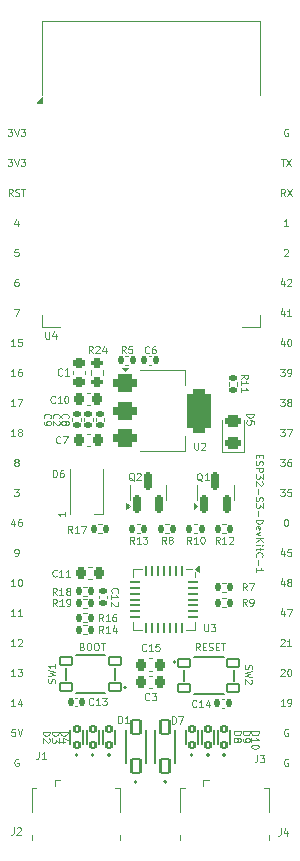
<source format=gbr>
%TF.GenerationSoftware,KiCad,Pcbnew,8.0.4*%
%TF.CreationDate,2024-10-28T15:11:12-07:00*%
%TF.ProjectId,ESP32-S3-DEVKITC-1,45535033-322d-4533-932d-4445564b4954,rev0*%
%TF.SameCoordinates,Original*%
%TF.FileFunction,Legend,Top*%
%TF.FilePolarity,Positive*%
%FSLAX46Y46*%
G04 Gerber Fmt 4.6, Leading zero omitted, Abs format (unit mm)*
G04 Created by KiCad (PCBNEW 8.0.4) date 2024-10-28 15:11:12*
%MOMM*%
%LPD*%
G01*
G04 APERTURE LIST*
G04 Aperture macros list*
%AMRoundRect*
0 Rectangle with rounded corners*
0 $1 Rounding radius*
0 $2 $3 $4 $5 $6 $7 $8 $9 X,Y pos of 4 corners*
0 Add a 4 corners polygon primitive as box body*
4,1,4,$2,$3,$4,$5,$6,$7,$8,$9,$2,$3,0*
0 Add four circle primitives for the rounded corners*
1,1,$1+$1,$2,$3*
1,1,$1+$1,$4,$5*
1,1,$1+$1,$6,$7*
1,1,$1+$1,$8,$9*
0 Add four rect primitives between the rounded corners*
20,1,$1+$1,$2,$3,$4,$5,0*
20,1,$1+$1,$4,$5,$6,$7,0*
20,1,$1+$1,$6,$7,$8,$9,0*
20,1,$1+$1,$8,$9,$2,$3,0*%
G04 Aperture macros list end*
%ADD10C,0.100000*%
%ADD11C,0.120000*%
%ADD12C,0.127000*%
%ADD13C,0.200000*%
%ADD14RoundRect,0.140000X-0.170000X0.140000X-0.170000X-0.140000X0.170000X-0.140000X0.170000X0.140000X0*%
%ADD15RoundRect,0.150000X0.150000X-0.587500X0.150000X0.587500X-0.150000X0.587500X-0.150000X-0.587500X0*%
%ADD16O,2.600000X1.700000*%
%ADD17RoundRect,0.102000X0.200000X-0.240000X0.200000X0.240000X-0.200000X0.240000X-0.200000X-0.240000X0*%
%ADD18RoundRect,0.062500X-0.062500X0.337500X-0.062500X-0.337500X0.062500X-0.337500X0.062500X0.337500X0*%
%ADD19RoundRect,0.062500X-0.337500X0.062500X-0.337500X-0.062500X0.337500X-0.062500X0.337500X0.062500X0*%
%ADD20R,3.350000X3.350000*%
%ADD21RoundRect,0.375000X-0.625000X-0.375000X0.625000X-0.375000X0.625000X0.375000X-0.625000X0.375000X0*%
%ADD22RoundRect,0.500000X-0.500000X-1.400000X0.500000X-1.400000X0.500000X1.400000X-0.500000X1.400000X0*%
%ADD23RoundRect,0.140000X0.170000X-0.140000X0.170000X0.140000X-0.170000X0.140000X-0.170000X-0.140000X0*%
%ADD24RoundRect,0.135000X-0.135000X-0.185000X0.135000X-0.185000X0.135000X0.185000X-0.135000X0.185000X0*%
%ADD25RoundRect,0.225000X-0.225000X-0.250000X0.225000X-0.250000X0.225000X0.250000X-0.225000X0.250000X0*%
%ADD26RoundRect,0.140000X-0.140000X-0.170000X0.140000X-0.170000X0.140000X0.170000X-0.140000X0.170000X0*%
%ADD27RoundRect,0.102000X0.525000X0.325000X-0.525000X0.325000X-0.525000X-0.325000X0.525000X-0.325000X0*%
%ADD28RoundRect,0.225000X-0.250000X0.225000X-0.250000X-0.225000X0.250000X-0.225000X0.250000X0.225000X0*%
%ADD29R,0.600000X1.000000*%
%ADD30RoundRect,0.102000X0.365000X-0.605000X0.365000X0.605000X-0.365000X0.605000X-0.365000X-0.605000X0*%
%ADD31R,0.400000X1.350000*%
%ADD32O,0.890000X1.550000*%
%ADD33R,1.200000X1.550000*%
%ADD34O,1.250000X0.950000*%
%ADD35R,1.500000X1.550000*%
%ADD36RoundRect,0.135000X0.135000X0.185000X-0.135000X0.185000X-0.135000X-0.185000X0.135000X-0.185000X0*%
%ADD37RoundRect,0.200000X-0.275000X0.200000X-0.275000X-0.200000X0.275000X-0.200000X0.275000X0.200000X0*%
%ADD38RoundRect,0.243750X0.456250X-0.243750X0.456250X0.243750X-0.456250X0.243750X-0.456250X-0.243750X0*%
%ADD39R,1.500000X0.900000*%
%ADD40R,0.900000X1.500000*%
%ADD41C,0.600000*%
%ADD42R,3.900000X3.900000*%
%ADD43RoundRect,0.135000X0.185000X-0.135000X0.185000X0.135000X-0.185000X0.135000X-0.185000X-0.135000X0*%
%ADD44RoundRect,0.102000X-0.525000X-0.325000X0.525000X-0.325000X0.525000X0.325000X-0.525000X0.325000X0*%
G04 APERTURE END LIST*
D10*
X157771047Y-95935581D02*
X157771047Y-96335581D01*
X157628189Y-95707010D02*
X157485332Y-96135581D01*
X157485332Y-96135581D02*
X157856761Y-96135581D01*
X158399618Y-96335581D02*
X158056761Y-96335581D01*
X158228190Y-96335581D02*
X158228190Y-95735581D01*
X158228190Y-95735581D02*
X158171047Y-95821295D01*
X158171047Y-95821295D02*
X158113904Y-95878438D01*
X158113904Y-95878438D02*
X158056761Y-95907010D01*
X157485332Y-83035581D02*
X157828190Y-83035581D01*
X157656761Y-83635581D02*
X157656761Y-83035581D01*
X157971047Y-83035581D02*
X158371047Y-83635581D01*
X158371047Y-83035581D02*
X157971047Y-83635581D01*
X158099618Y-80524152D02*
X158042476Y-80495581D01*
X158042476Y-80495581D02*
X157956761Y-80495581D01*
X157956761Y-80495581D02*
X157871047Y-80524152D01*
X157871047Y-80524152D02*
X157813904Y-80581295D01*
X157813904Y-80581295D02*
X157785333Y-80638438D01*
X157785333Y-80638438D02*
X157756761Y-80752724D01*
X157756761Y-80752724D02*
X157756761Y-80838438D01*
X157756761Y-80838438D02*
X157785333Y-80952724D01*
X157785333Y-80952724D02*
X157813904Y-81009867D01*
X157813904Y-81009867D02*
X157871047Y-81067010D01*
X157871047Y-81067010D02*
X157956761Y-81095581D01*
X157956761Y-81095581D02*
X158013904Y-81095581D01*
X158013904Y-81095581D02*
X158099618Y-81067010D01*
X158099618Y-81067010D02*
X158128190Y-81038438D01*
X158128190Y-81038438D02*
X158128190Y-80838438D01*
X158128190Y-80838438D02*
X158013904Y-80838438D01*
X135005627Y-131300911D02*
X134719913Y-131300911D01*
X134719913Y-131300911D02*
X134691341Y-131586625D01*
X134691341Y-131586625D02*
X134719913Y-131558054D01*
X134719913Y-131558054D02*
X134777056Y-131529482D01*
X134777056Y-131529482D02*
X134919913Y-131529482D01*
X134919913Y-131529482D02*
X134977056Y-131558054D01*
X134977056Y-131558054D02*
X135005627Y-131586625D01*
X135005627Y-131586625D02*
X135034198Y-131643768D01*
X135034198Y-131643768D02*
X135034198Y-131786625D01*
X135034198Y-131786625D02*
X135005627Y-131843768D01*
X135005627Y-131843768D02*
X134977056Y-131872340D01*
X134977056Y-131872340D02*
X134919913Y-131900911D01*
X134919913Y-131900911D02*
X134777056Y-131900911D01*
X134777056Y-131900911D02*
X134719913Y-131872340D01*
X134719913Y-131872340D02*
X134691341Y-131843768D01*
X135205627Y-131300911D02*
X135405627Y-131900911D01*
X135405627Y-131900911D02*
X135605627Y-131300911D01*
X134791341Y-86180911D02*
X134591341Y-85895197D01*
X134448484Y-86180911D02*
X134448484Y-85580911D01*
X134448484Y-85580911D02*
X134677055Y-85580911D01*
X134677055Y-85580911D02*
X134734198Y-85609482D01*
X134734198Y-85609482D02*
X134762769Y-85638054D01*
X134762769Y-85638054D02*
X134791341Y-85695197D01*
X134791341Y-85695197D02*
X134791341Y-85780911D01*
X134791341Y-85780911D02*
X134762769Y-85838054D01*
X134762769Y-85838054D02*
X134734198Y-85866625D01*
X134734198Y-85866625D02*
X134677055Y-85895197D01*
X134677055Y-85895197D02*
X134448484Y-85895197D01*
X135019912Y-86152340D02*
X135105627Y-86180911D01*
X135105627Y-86180911D02*
X135248484Y-86180911D01*
X135248484Y-86180911D02*
X135305627Y-86152340D01*
X135305627Y-86152340D02*
X135334198Y-86123768D01*
X135334198Y-86123768D02*
X135362769Y-86066625D01*
X135362769Y-86066625D02*
X135362769Y-86009482D01*
X135362769Y-86009482D02*
X135334198Y-85952340D01*
X135334198Y-85952340D02*
X135305627Y-85923768D01*
X135305627Y-85923768D02*
X135248484Y-85895197D01*
X135248484Y-85895197D02*
X135134198Y-85866625D01*
X135134198Y-85866625D02*
X135077055Y-85838054D01*
X135077055Y-85838054D02*
X135048484Y-85809482D01*
X135048484Y-85809482D02*
X135019912Y-85752340D01*
X135019912Y-85752340D02*
X135019912Y-85695197D01*
X135019912Y-85695197D02*
X135048484Y-85638054D01*
X135048484Y-85638054D02*
X135077055Y-85609482D01*
X135077055Y-85609482D02*
X135134198Y-85580911D01*
X135134198Y-85580911D02*
X135277055Y-85580911D01*
X135277055Y-85580911D02*
X135362769Y-85609482D01*
X135534198Y-85580911D02*
X135877056Y-85580911D01*
X135705627Y-86180911D02*
X135705627Y-85580911D01*
X157456761Y-105895581D02*
X157828189Y-105895581D01*
X157828189Y-105895581D02*
X157628189Y-106124152D01*
X157628189Y-106124152D02*
X157713904Y-106124152D01*
X157713904Y-106124152D02*
X157771047Y-106152724D01*
X157771047Y-106152724D02*
X157799618Y-106181295D01*
X157799618Y-106181295D02*
X157828189Y-106238438D01*
X157828189Y-106238438D02*
X157828189Y-106381295D01*
X157828189Y-106381295D02*
X157799618Y-106438438D01*
X157799618Y-106438438D02*
X157771047Y-106467010D01*
X157771047Y-106467010D02*
X157713904Y-106495581D01*
X157713904Y-106495581D02*
X157542475Y-106495581D01*
X157542475Y-106495581D02*
X157485332Y-106467010D01*
X157485332Y-106467010D02*
X157456761Y-106438438D01*
X158028190Y-105895581D02*
X158428190Y-105895581D01*
X158428190Y-105895581D02*
X158171047Y-106495581D01*
X155680579Y-108096944D02*
X155680579Y-108296944D01*
X155366293Y-108382658D02*
X155366293Y-108096944D01*
X155366293Y-108096944D02*
X155966293Y-108096944D01*
X155966293Y-108096944D02*
X155966293Y-108382658D01*
X155394865Y-108611229D02*
X155366293Y-108696944D01*
X155366293Y-108696944D02*
X155366293Y-108839801D01*
X155366293Y-108839801D02*
X155394865Y-108896944D01*
X155394865Y-108896944D02*
X155423436Y-108925515D01*
X155423436Y-108925515D02*
X155480579Y-108954086D01*
X155480579Y-108954086D02*
X155537722Y-108954086D01*
X155537722Y-108954086D02*
X155594865Y-108925515D01*
X155594865Y-108925515D02*
X155623436Y-108896944D01*
X155623436Y-108896944D02*
X155652007Y-108839801D01*
X155652007Y-108839801D02*
X155680579Y-108725515D01*
X155680579Y-108725515D02*
X155709150Y-108668372D01*
X155709150Y-108668372D02*
X155737722Y-108639801D01*
X155737722Y-108639801D02*
X155794865Y-108611229D01*
X155794865Y-108611229D02*
X155852007Y-108611229D01*
X155852007Y-108611229D02*
X155909150Y-108639801D01*
X155909150Y-108639801D02*
X155937722Y-108668372D01*
X155937722Y-108668372D02*
X155966293Y-108725515D01*
X155966293Y-108725515D02*
X155966293Y-108868372D01*
X155966293Y-108868372D02*
X155937722Y-108954086D01*
X155366293Y-109211230D02*
X155966293Y-109211230D01*
X155966293Y-109211230D02*
X155966293Y-109439801D01*
X155966293Y-109439801D02*
X155937722Y-109496944D01*
X155937722Y-109496944D02*
X155909150Y-109525515D01*
X155909150Y-109525515D02*
X155852007Y-109554087D01*
X155852007Y-109554087D02*
X155766293Y-109554087D01*
X155766293Y-109554087D02*
X155709150Y-109525515D01*
X155709150Y-109525515D02*
X155680579Y-109496944D01*
X155680579Y-109496944D02*
X155652007Y-109439801D01*
X155652007Y-109439801D02*
X155652007Y-109211230D01*
X155966293Y-109754087D02*
X155966293Y-110125515D01*
X155966293Y-110125515D02*
X155737722Y-109925515D01*
X155737722Y-109925515D02*
X155737722Y-110011230D01*
X155737722Y-110011230D02*
X155709150Y-110068373D01*
X155709150Y-110068373D02*
X155680579Y-110096944D01*
X155680579Y-110096944D02*
X155623436Y-110125515D01*
X155623436Y-110125515D02*
X155480579Y-110125515D01*
X155480579Y-110125515D02*
X155423436Y-110096944D01*
X155423436Y-110096944D02*
X155394865Y-110068373D01*
X155394865Y-110068373D02*
X155366293Y-110011230D01*
X155366293Y-110011230D02*
X155366293Y-109839801D01*
X155366293Y-109839801D02*
X155394865Y-109782658D01*
X155394865Y-109782658D02*
X155423436Y-109754087D01*
X155909150Y-110354087D02*
X155937722Y-110382659D01*
X155937722Y-110382659D02*
X155966293Y-110439802D01*
X155966293Y-110439802D02*
X155966293Y-110582659D01*
X155966293Y-110582659D02*
X155937722Y-110639802D01*
X155937722Y-110639802D02*
X155909150Y-110668373D01*
X155909150Y-110668373D02*
X155852007Y-110696944D01*
X155852007Y-110696944D02*
X155794865Y-110696944D01*
X155794865Y-110696944D02*
X155709150Y-110668373D01*
X155709150Y-110668373D02*
X155366293Y-110325516D01*
X155366293Y-110325516D02*
X155366293Y-110696944D01*
X155594865Y-110954088D02*
X155594865Y-111411231D01*
X155394865Y-111668373D02*
X155366293Y-111754088D01*
X155366293Y-111754088D02*
X155366293Y-111896945D01*
X155366293Y-111896945D02*
X155394865Y-111954088D01*
X155394865Y-111954088D02*
X155423436Y-111982659D01*
X155423436Y-111982659D02*
X155480579Y-112011230D01*
X155480579Y-112011230D02*
X155537722Y-112011230D01*
X155537722Y-112011230D02*
X155594865Y-111982659D01*
X155594865Y-111982659D02*
X155623436Y-111954088D01*
X155623436Y-111954088D02*
X155652007Y-111896945D01*
X155652007Y-111896945D02*
X155680579Y-111782659D01*
X155680579Y-111782659D02*
X155709150Y-111725516D01*
X155709150Y-111725516D02*
X155737722Y-111696945D01*
X155737722Y-111696945D02*
X155794865Y-111668373D01*
X155794865Y-111668373D02*
X155852007Y-111668373D01*
X155852007Y-111668373D02*
X155909150Y-111696945D01*
X155909150Y-111696945D02*
X155937722Y-111725516D01*
X155937722Y-111725516D02*
X155966293Y-111782659D01*
X155966293Y-111782659D02*
X155966293Y-111925516D01*
X155966293Y-111925516D02*
X155937722Y-112011230D01*
X155966293Y-112211231D02*
X155966293Y-112582659D01*
X155966293Y-112582659D02*
X155737722Y-112382659D01*
X155737722Y-112382659D02*
X155737722Y-112468374D01*
X155737722Y-112468374D02*
X155709150Y-112525517D01*
X155709150Y-112525517D02*
X155680579Y-112554088D01*
X155680579Y-112554088D02*
X155623436Y-112582659D01*
X155623436Y-112582659D02*
X155480579Y-112582659D01*
X155480579Y-112582659D02*
X155423436Y-112554088D01*
X155423436Y-112554088D02*
X155394865Y-112525517D01*
X155394865Y-112525517D02*
X155366293Y-112468374D01*
X155366293Y-112468374D02*
X155366293Y-112296945D01*
X155366293Y-112296945D02*
X155394865Y-112239802D01*
X155394865Y-112239802D02*
X155423436Y-112211231D01*
X155594865Y-112839803D02*
X155594865Y-113296946D01*
X155366293Y-113582660D02*
X155966293Y-113582660D01*
X155966293Y-113582660D02*
X155966293Y-113725517D01*
X155966293Y-113725517D02*
X155937722Y-113811231D01*
X155937722Y-113811231D02*
X155880579Y-113868374D01*
X155880579Y-113868374D02*
X155823436Y-113896945D01*
X155823436Y-113896945D02*
X155709150Y-113925517D01*
X155709150Y-113925517D02*
X155623436Y-113925517D01*
X155623436Y-113925517D02*
X155509150Y-113896945D01*
X155509150Y-113896945D02*
X155452007Y-113868374D01*
X155452007Y-113868374D02*
X155394865Y-113811231D01*
X155394865Y-113811231D02*
X155366293Y-113725517D01*
X155366293Y-113725517D02*
X155366293Y-113582660D01*
X155394865Y-114411231D02*
X155366293Y-114354088D01*
X155366293Y-114354088D02*
X155366293Y-114239803D01*
X155366293Y-114239803D02*
X155394865Y-114182660D01*
X155394865Y-114182660D02*
X155452007Y-114154088D01*
X155452007Y-114154088D02*
X155680579Y-114154088D01*
X155680579Y-114154088D02*
X155737722Y-114182660D01*
X155737722Y-114182660D02*
X155766293Y-114239803D01*
X155766293Y-114239803D02*
X155766293Y-114354088D01*
X155766293Y-114354088D02*
X155737722Y-114411231D01*
X155737722Y-114411231D02*
X155680579Y-114439803D01*
X155680579Y-114439803D02*
X155623436Y-114439803D01*
X155623436Y-114439803D02*
X155566293Y-114154088D01*
X155766293Y-114639803D02*
X155366293Y-114782660D01*
X155366293Y-114782660D02*
X155766293Y-114925517D01*
X155366293Y-115154089D02*
X155966293Y-115154089D01*
X155366293Y-115496946D02*
X155709150Y-115239803D01*
X155966293Y-115496946D02*
X155623436Y-115154089D01*
X155366293Y-115754089D02*
X155766293Y-115754089D01*
X155966293Y-115754089D02*
X155937722Y-115725517D01*
X155937722Y-115725517D02*
X155909150Y-115754089D01*
X155909150Y-115754089D02*
X155937722Y-115782660D01*
X155937722Y-115782660D02*
X155966293Y-115754089D01*
X155966293Y-115754089D02*
X155909150Y-115754089D01*
X155766293Y-115954088D02*
X155766293Y-116182660D01*
X155966293Y-116039803D02*
X155452007Y-116039803D01*
X155452007Y-116039803D02*
X155394865Y-116068374D01*
X155394865Y-116068374D02*
X155366293Y-116125517D01*
X155366293Y-116125517D02*
X155366293Y-116182660D01*
X155423436Y-116725517D02*
X155394865Y-116696945D01*
X155394865Y-116696945D02*
X155366293Y-116611231D01*
X155366293Y-116611231D02*
X155366293Y-116554088D01*
X155366293Y-116554088D02*
X155394865Y-116468374D01*
X155394865Y-116468374D02*
X155452007Y-116411231D01*
X155452007Y-116411231D02*
X155509150Y-116382660D01*
X155509150Y-116382660D02*
X155623436Y-116354088D01*
X155623436Y-116354088D02*
X155709150Y-116354088D01*
X155709150Y-116354088D02*
X155823436Y-116382660D01*
X155823436Y-116382660D02*
X155880579Y-116411231D01*
X155880579Y-116411231D02*
X155937722Y-116468374D01*
X155937722Y-116468374D02*
X155966293Y-116554088D01*
X155966293Y-116554088D02*
X155966293Y-116611231D01*
X155966293Y-116611231D02*
X155937722Y-116696945D01*
X155937722Y-116696945D02*
X155909150Y-116725517D01*
X155594865Y-116982660D02*
X155594865Y-117439803D01*
X155366293Y-118039802D02*
X155366293Y-117696945D01*
X155366293Y-117868374D02*
X155966293Y-117868374D01*
X155966293Y-117868374D02*
X155880579Y-117811231D01*
X155880579Y-117811231D02*
X155823436Y-117754088D01*
X155823436Y-117754088D02*
X155794865Y-117696945D01*
X158099618Y-131324152D02*
X158042476Y-131295581D01*
X158042476Y-131295581D02*
X157956761Y-131295581D01*
X157956761Y-131295581D02*
X157871047Y-131324152D01*
X157871047Y-131324152D02*
X157813904Y-131381295D01*
X157813904Y-131381295D02*
X157785333Y-131438438D01*
X157785333Y-131438438D02*
X157756761Y-131552724D01*
X157756761Y-131552724D02*
X157756761Y-131638438D01*
X157756761Y-131638438D02*
X157785333Y-131752724D01*
X157785333Y-131752724D02*
X157813904Y-131809867D01*
X157813904Y-131809867D02*
X157871047Y-131867010D01*
X157871047Y-131867010D02*
X157956761Y-131895581D01*
X157956761Y-131895581D02*
X158013904Y-131895581D01*
X158013904Y-131895581D02*
X158099618Y-131867010D01*
X158099618Y-131867010D02*
X158128190Y-131838438D01*
X158128190Y-131838438D02*
X158128190Y-131638438D01*
X158128190Y-131638438D02*
X158013904Y-131638438D01*
X157771047Y-93395581D02*
X157771047Y-93795581D01*
X157628189Y-93167010D02*
X157485332Y-93595581D01*
X157485332Y-93595581D02*
X157856761Y-93595581D01*
X158056761Y-93252724D02*
X158085333Y-93224152D01*
X158085333Y-93224152D02*
X158142476Y-93195581D01*
X158142476Y-93195581D02*
X158285333Y-93195581D01*
X158285333Y-93195581D02*
X158342476Y-93224152D01*
X158342476Y-93224152D02*
X158371047Y-93252724D01*
X158371047Y-93252724D02*
X158399618Y-93309867D01*
X158399618Y-93309867D02*
X158399618Y-93367010D01*
X158399618Y-93367010D02*
X158371047Y-93452724D01*
X158371047Y-93452724D02*
X158028190Y-93795581D01*
X158028190Y-93795581D02*
X158399618Y-93795581D01*
X135005626Y-101420911D02*
X134662769Y-101420911D01*
X134834198Y-101420911D02*
X134834198Y-100820911D01*
X134834198Y-100820911D02*
X134777055Y-100906625D01*
X134777055Y-100906625D02*
X134719912Y-100963768D01*
X134719912Y-100963768D02*
X134662769Y-100992340D01*
X135519913Y-100820911D02*
X135405627Y-100820911D01*
X135405627Y-100820911D02*
X135348484Y-100849482D01*
X135348484Y-100849482D02*
X135319913Y-100878054D01*
X135319913Y-100878054D02*
X135262770Y-100963768D01*
X135262770Y-100963768D02*
X135234198Y-101078054D01*
X135234198Y-101078054D02*
X135234198Y-101306625D01*
X135234198Y-101306625D02*
X135262770Y-101363768D01*
X135262770Y-101363768D02*
X135291341Y-101392340D01*
X135291341Y-101392340D02*
X135348484Y-101420911D01*
X135348484Y-101420911D02*
X135462770Y-101420911D01*
X135462770Y-101420911D02*
X135519913Y-101392340D01*
X135519913Y-101392340D02*
X135548484Y-101363768D01*
X135548484Y-101363768D02*
X135577055Y-101306625D01*
X135577055Y-101306625D02*
X135577055Y-101163768D01*
X135577055Y-101163768D02*
X135548484Y-101106625D01*
X135548484Y-101106625D02*
X135519913Y-101078054D01*
X135519913Y-101078054D02*
X135462770Y-101049482D01*
X135462770Y-101049482D02*
X135348484Y-101049482D01*
X135348484Y-101049482D02*
X135291341Y-101078054D01*
X135291341Y-101078054D02*
X135262770Y-101106625D01*
X135262770Y-101106625D02*
X135234198Y-101163768D01*
X158113904Y-88715581D02*
X157771047Y-88715581D01*
X157942476Y-88715581D02*
X157942476Y-88115581D01*
X157942476Y-88115581D02*
X157885333Y-88201295D01*
X157885333Y-88201295D02*
X157828190Y-88258438D01*
X157828190Y-88258438D02*
X157771047Y-88287010D01*
X157913904Y-113515581D02*
X157971047Y-113515581D01*
X157971047Y-113515581D02*
X158028190Y-113544152D01*
X158028190Y-113544152D02*
X158056762Y-113572724D01*
X158056762Y-113572724D02*
X158085333Y-113629867D01*
X158085333Y-113629867D02*
X158113904Y-113744152D01*
X158113904Y-113744152D02*
X158113904Y-113887010D01*
X158113904Y-113887010D02*
X158085333Y-114001295D01*
X158085333Y-114001295D02*
X158056762Y-114058438D01*
X158056762Y-114058438D02*
X158028190Y-114087010D01*
X158028190Y-114087010D02*
X157971047Y-114115581D01*
X157971047Y-114115581D02*
X157913904Y-114115581D01*
X157913904Y-114115581D02*
X157856762Y-114087010D01*
X157856762Y-114087010D02*
X157828190Y-114058438D01*
X157828190Y-114058438D02*
X157799619Y-114001295D01*
X157799619Y-114001295D02*
X157771047Y-113887010D01*
X157771047Y-113887010D02*
X157771047Y-113744152D01*
X157771047Y-113744152D02*
X157799619Y-113629867D01*
X157799619Y-113629867D02*
X157828190Y-113572724D01*
X157828190Y-113572724D02*
X157856762Y-113544152D01*
X157856762Y-113544152D02*
X157913904Y-113515581D01*
X135005626Y-119200911D02*
X134662769Y-119200911D01*
X134834198Y-119200911D02*
X134834198Y-118600911D01*
X134834198Y-118600911D02*
X134777055Y-118686625D01*
X134777055Y-118686625D02*
X134719912Y-118743768D01*
X134719912Y-118743768D02*
X134662769Y-118772340D01*
X135377055Y-118600911D02*
X135434198Y-118600911D01*
X135434198Y-118600911D02*
X135491341Y-118629482D01*
X135491341Y-118629482D02*
X135519913Y-118658054D01*
X135519913Y-118658054D02*
X135548484Y-118715197D01*
X135548484Y-118715197D02*
X135577055Y-118829482D01*
X135577055Y-118829482D02*
X135577055Y-118972340D01*
X135577055Y-118972340D02*
X135548484Y-119086625D01*
X135548484Y-119086625D02*
X135519913Y-119143768D01*
X135519913Y-119143768D02*
X135491341Y-119172340D01*
X135491341Y-119172340D02*
X135434198Y-119200911D01*
X135434198Y-119200911D02*
X135377055Y-119200911D01*
X135377055Y-119200911D02*
X135319913Y-119172340D01*
X135319913Y-119172340D02*
X135291341Y-119143768D01*
X135291341Y-119143768D02*
X135262770Y-119086625D01*
X135262770Y-119086625D02*
X135234198Y-118972340D01*
X135234198Y-118972340D02*
X135234198Y-118829482D01*
X135234198Y-118829482D02*
X135262770Y-118715197D01*
X135262770Y-118715197D02*
X135291341Y-118658054D01*
X135291341Y-118658054D02*
X135319913Y-118629482D01*
X135319913Y-118629482D02*
X135377055Y-118600911D01*
X157771047Y-116255581D02*
X157771047Y-116655581D01*
X157628189Y-116027010D02*
X157485332Y-116455581D01*
X157485332Y-116455581D02*
X157856761Y-116455581D01*
X158371047Y-116055581D02*
X158085333Y-116055581D01*
X158085333Y-116055581D02*
X158056761Y-116341295D01*
X158056761Y-116341295D02*
X158085333Y-116312724D01*
X158085333Y-116312724D02*
X158142476Y-116284152D01*
X158142476Y-116284152D02*
X158285333Y-116284152D01*
X158285333Y-116284152D02*
X158342476Y-116312724D01*
X158342476Y-116312724D02*
X158371047Y-116341295D01*
X158371047Y-116341295D02*
X158399618Y-116398438D01*
X158399618Y-116398438D02*
X158399618Y-116541295D01*
X158399618Y-116541295D02*
X158371047Y-116598438D01*
X158371047Y-116598438D02*
X158342476Y-116627010D01*
X158342476Y-116627010D02*
X158285333Y-116655581D01*
X158285333Y-116655581D02*
X158142476Y-116655581D01*
X158142476Y-116655581D02*
X158085333Y-116627010D01*
X158085333Y-116627010D02*
X158056761Y-116598438D01*
X157771047Y-98475581D02*
X157771047Y-98875581D01*
X157628189Y-98247010D02*
X157485332Y-98675581D01*
X157485332Y-98675581D02*
X157856761Y-98675581D01*
X158199618Y-98275581D02*
X158256761Y-98275581D01*
X158256761Y-98275581D02*
X158313904Y-98304152D01*
X158313904Y-98304152D02*
X158342476Y-98332724D01*
X158342476Y-98332724D02*
X158371047Y-98389867D01*
X158371047Y-98389867D02*
X158399618Y-98504152D01*
X158399618Y-98504152D02*
X158399618Y-98647010D01*
X158399618Y-98647010D02*
X158371047Y-98761295D01*
X158371047Y-98761295D02*
X158342476Y-98818438D01*
X158342476Y-98818438D02*
X158313904Y-98847010D01*
X158313904Y-98847010D02*
X158256761Y-98875581D01*
X158256761Y-98875581D02*
X158199618Y-98875581D01*
X158199618Y-98875581D02*
X158142476Y-98847010D01*
X158142476Y-98847010D02*
X158113904Y-98818438D01*
X158113904Y-98818438D02*
X158085333Y-98761295D01*
X158085333Y-98761295D02*
X158056761Y-98647010D01*
X158056761Y-98647010D02*
X158056761Y-98504152D01*
X158056761Y-98504152D02*
X158085333Y-98389867D01*
X158085333Y-98389867D02*
X158113904Y-98332724D01*
X158113904Y-98332724D02*
X158142476Y-98304152D01*
X158142476Y-98304152D02*
X158199618Y-98275581D01*
X157485332Y-123732724D02*
X157513904Y-123704152D01*
X157513904Y-123704152D02*
X157571047Y-123675581D01*
X157571047Y-123675581D02*
X157713904Y-123675581D01*
X157713904Y-123675581D02*
X157771047Y-123704152D01*
X157771047Y-123704152D02*
X157799618Y-123732724D01*
X157799618Y-123732724D02*
X157828189Y-123789867D01*
X157828189Y-123789867D02*
X157828189Y-123847010D01*
X157828189Y-123847010D02*
X157799618Y-123932724D01*
X157799618Y-123932724D02*
X157456761Y-124275581D01*
X157456761Y-124275581D02*
X157828189Y-124275581D01*
X158399618Y-124275581D02*
X158056761Y-124275581D01*
X158228190Y-124275581D02*
X158228190Y-123675581D01*
X158228190Y-123675581D02*
X158171047Y-123761295D01*
X158171047Y-123761295D02*
X158113904Y-123818438D01*
X158113904Y-123818438D02*
X158056761Y-123847010D01*
X134377055Y-80500911D02*
X134748483Y-80500911D01*
X134748483Y-80500911D02*
X134548483Y-80729482D01*
X134548483Y-80729482D02*
X134634198Y-80729482D01*
X134634198Y-80729482D02*
X134691341Y-80758054D01*
X134691341Y-80758054D02*
X134719912Y-80786625D01*
X134719912Y-80786625D02*
X134748483Y-80843768D01*
X134748483Y-80843768D02*
X134748483Y-80986625D01*
X134748483Y-80986625D02*
X134719912Y-81043768D01*
X134719912Y-81043768D02*
X134691341Y-81072340D01*
X134691341Y-81072340D02*
X134634198Y-81100911D01*
X134634198Y-81100911D02*
X134462769Y-81100911D01*
X134462769Y-81100911D02*
X134405626Y-81072340D01*
X134405626Y-81072340D02*
X134377055Y-81043768D01*
X134919912Y-80500911D02*
X135119912Y-81100911D01*
X135119912Y-81100911D02*
X135319912Y-80500911D01*
X135462770Y-80500911D02*
X135834198Y-80500911D01*
X135834198Y-80500911D02*
X135634198Y-80729482D01*
X135634198Y-80729482D02*
X135719913Y-80729482D01*
X135719913Y-80729482D02*
X135777056Y-80758054D01*
X135777056Y-80758054D02*
X135805627Y-80786625D01*
X135805627Y-80786625D02*
X135834198Y-80843768D01*
X135834198Y-80843768D02*
X135834198Y-80986625D01*
X135834198Y-80986625D02*
X135805627Y-81043768D01*
X135805627Y-81043768D02*
X135777056Y-81072340D01*
X135777056Y-81072340D02*
X135719913Y-81100911D01*
X135719913Y-81100911D02*
X135548484Y-81100911D01*
X135548484Y-81100911D02*
X135491341Y-81072340D01*
X135491341Y-81072340D02*
X135462770Y-81043768D01*
X134948484Y-113720911D02*
X134948484Y-114120911D01*
X134805626Y-113492340D02*
X134662769Y-113920911D01*
X134662769Y-113920911D02*
X135034198Y-113920911D01*
X135519913Y-113520911D02*
X135405627Y-113520911D01*
X135405627Y-113520911D02*
X135348484Y-113549482D01*
X135348484Y-113549482D02*
X135319913Y-113578054D01*
X135319913Y-113578054D02*
X135262770Y-113663768D01*
X135262770Y-113663768D02*
X135234198Y-113778054D01*
X135234198Y-113778054D02*
X135234198Y-114006625D01*
X135234198Y-114006625D02*
X135262770Y-114063768D01*
X135262770Y-114063768D02*
X135291341Y-114092340D01*
X135291341Y-114092340D02*
X135348484Y-114120911D01*
X135348484Y-114120911D02*
X135462770Y-114120911D01*
X135462770Y-114120911D02*
X135519913Y-114092340D01*
X135519913Y-114092340D02*
X135548484Y-114063768D01*
X135548484Y-114063768D02*
X135577055Y-114006625D01*
X135577055Y-114006625D02*
X135577055Y-113863768D01*
X135577055Y-113863768D02*
X135548484Y-113806625D01*
X135548484Y-113806625D02*
X135519913Y-113778054D01*
X135519913Y-113778054D02*
X135462770Y-113749482D01*
X135462770Y-113749482D02*
X135348484Y-113749482D01*
X135348484Y-113749482D02*
X135291341Y-113778054D01*
X135291341Y-113778054D02*
X135262770Y-113806625D01*
X135262770Y-113806625D02*
X135234198Y-113863768D01*
X135262770Y-90660911D02*
X134977056Y-90660911D01*
X134977056Y-90660911D02*
X134948484Y-90946625D01*
X134948484Y-90946625D02*
X134977056Y-90918054D01*
X134977056Y-90918054D02*
X135034199Y-90889482D01*
X135034199Y-90889482D02*
X135177056Y-90889482D01*
X135177056Y-90889482D02*
X135234199Y-90918054D01*
X135234199Y-90918054D02*
X135262770Y-90946625D01*
X135262770Y-90946625D02*
X135291341Y-91003768D01*
X135291341Y-91003768D02*
X135291341Y-91146625D01*
X135291341Y-91146625D02*
X135262770Y-91203768D01*
X135262770Y-91203768D02*
X135234199Y-91232340D01*
X135234199Y-91232340D02*
X135177056Y-91260911D01*
X135177056Y-91260911D02*
X135034199Y-91260911D01*
X135034199Y-91260911D02*
X134977056Y-91232340D01*
X134977056Y-91232340D02*
X134948484Y-91203768D01*
X157456761Y-110975581D02*
X157828189Y-110975581D01*
X157828189Y-110975581D02*
X157628189Y-111204152D01*
X157628189Y-111204152D02*
X157713904Y-111204152D01*
X157713904Y-111204152D02*
X157771047Y-111232724D01*
X157771047Y-111232724D02*
X157799618Y-111261295D01*
X157799618Y-111261295D02*
X157828189Y-111318438D01*
X157828189Y-111318438D02*
X157828189Y-111461295D01*
X157828189Y-111461295D02*
X157799618Y-111518438D01*
X157799618Y-111518438D02*
X157771047Y-111547010D01*
X157771047Y-111547010D02*
X157713904Y-111575581D01*
X157713904Y-111575581D02*
X157542475Y-111575581D01*
X157542475Y-111575581D02*
X157485332Y-111547010D01*
X157485332Y-111547010D02*
X157456761Y-111518438D01*
X158371047Y-110975581D02*
X158085333Y-110975581D01*
X158085333Y-110975581D02*
X158056761Y-111261295D01*
X158056761Y-111261295D02*
X158085333Y-111232724D01*
X158085333Y-111232724D02*
X158142476Y-111204152D01*
X158142476Y-111204152D02*
X158285333Y-111204152D01*
X158285333Y-111204152D02*
X158342476Y-111232724D01*
X158342476Y-111232724D02*
X158371047Y-111261295D01*
X158371047Y-111261295D02*
X158399618Y-111318438D01*
X158399618Y-111318438D02*
X158399618Y-111461295D01*
X158399618Y-111461295D02*
X158371047Y-111518438D01*
X158371047Y-111518438D02*
X158342476Y-111547010D01*
X158342476Y-111547010D02*
X158285333Y-111575581D01*
X158285333Y-111575581D02*
X158142476Y-111575581D01*
X158142476Y-111575581D02*
X158085333Y-111547010D01*
X158085333Y-111547010D02*
X158056761Y-111518438D01*
X135005627Y-116660911D02*
X135119913Y-116660911D01*
X135119913Y-116660911D02*
X135177056Y-116632340D01*
X135177056Y-116632340D02*
X135205627Y-116603768D01*
X135205627Y-116603768D02*
X135262770Y-116518054D01*
X135262770Y-116518054D02*
X135291341Y-116403768D01*
X135291341Y-116403768D02*
X135291341Y-116175197D01*
X135291341Y-116175197D02*
X135262770Y-116118054D01*
X135262770Y-116118054D02*
X135234199Y-116089482D01*
X135234199Y-116089482D02*
X135177056Y-116060911D01*
X135177056Y-116060911D02*
X135062770Y-116060911D01*
X135062770Y-116060911D02*
X135005627Y-116089482D01*
X135005627Y-116089482D02*
X134977056Y-116118054D01*
X134977056Y-116118054D02*
X134948484Y-116175197D01*
X134948484Y-116175197D02*
X134948484Y-116318054D01*
X134948484Y-116318054D02*
X134977056Y-116375197D01*
X134977056Y-116375197D02*
X135005627Y-116403768D01*
X135005627Y-116403768D02*
X135062770Y-116432340D01*
X135062770Y-116432340D02*
X135177056Y-116432340D01*
X135177056Y-116432340D02*
X135234199Y-116403768D01*
X135234199Y-116403768D02*
X135262770Y-116375197D01*
X135262770Y-116375197D02*
X135291341Y-116318054D01*
X158099618Y-133864152D02*
X158042476Y-133835581D01*
X158042476Y-133835581D02*
X157956761Y-133835581D01*
X157956761Y-133835581D02*
X157871047Y-133864152D01*
X157871047Y-133864152D02*
X157813904Y-133921295D01*
X157813904Y-133921295D02*
X157785333Y-133978438D01*
X157785333Y-133978438D02*
X157756761Y-134092724D01*
X157756761Y-134092724D02*
X157756761Y-134178438D01*
X157756761Y-134178438D02*
X157785333Y-134292724D01*
X157785333Y-134292724D02*
X157813904Y-134349867D01*
X157813904Y-134349867D02*
X157871047Y-134407010D01*
X157871047Y-134407010D02*
X157956761Y-134435581D01*
X157956761Y-134435581D02*
X158013904Y-134435581D01*
X158013904Y-134435581D02*
X158099618Y-134407010D01*
X158099618Y-134407010D02*
X158128190Y-134378438D01*
X158128190Y-134378438D02*
X158128190Y-134178438D01*
X158128190Y-134178438D02*
X158013904Y-134178438D01*
X157456761Y-100815581D02*
X157828189Y-100815581D01*
X157828189Y-100815581D02*
X157628189Y-101044152D01*
X157628189Y-101044152D02*
X157713904Y-101044152D01*
X157713904Y-101044152D02*
X157771047Y-101072724D01*
X157771047Y-101072724D02*
X157799618Y-101101295D01*
X157799618Y-101101295D02*
X157828189Y-101158438D01*
X157828189Y-101158438D02*
X157828189Y-101301295D01*
X157828189Y-101301295D02*
X157799618Y-101358438D01*
X157799618Y-101358438D02*
X157771047Y-101387010D01*
X157771047Y-101387010D02*
X157713904Y-101415581D01*
X157713904Y-101415581D02*
X157542475Y-101415581D01*
X157542475Y-101415581D02*
X157485332Y-101387010D01*
X157485332Y-101387010D02*
X157456761Y-101358438D01*
X158113904Y-101415581D02*
X158228190Y-101415581D01*
X158228190Y-101415581D02*
X158285333Y-101387010D01*
X158285333Y-101387010D02*
X158313904Y-101358438D01*
X158313904Y-101358438D02*
X158371047Y-101272724D01*
X158371047Y-101272724D02*
X158399618Y-101158438D01*
X158399618Y-101158438D02*
X158399618Y-100929867D01*
X158399618Y-100929867D02*
X158371047Y-100872724D01*
X158371047Y-100872724D02*
X158342476Y-100844152D01*
X158342476Y-100844152D02*
X158285333Y-100815581D01*
X158285333Y-100815581D02*
X158171047Y-100815581D01*
X158171047Y-100815581D02*
X158113904Y-100844152D01*
X158113904Y-100844152D02*
X158085333Y-100872724D01*
X158085333Y-100872724D02*
X158056761Y-100929867D01*
X158056761Y-100929867D02*
X158056761Y-101072724D01*
X158056761Y-101072724D02*
X158085333Y-101129867D01*
X158085333Y-101129867D02*
X158113904Y-101158438D01*
X158113904Y-101158438D02*
X158171047Y-101187010D01*
X158171047Y-101187010D02*
X158285333Y-101187010D01*
X158285333Y-101187010D02*
X158342476Y-101158438D01*
X158342476Y-101158438D02*
X158371047Y-101129867D01*
X158371047Y-101129867D02*
X158399618Y-101072724D01*
X135234199Y-93200911D02*
X135119913Y-93200911D01*
X135119913Y-93200911D02*
X135062770Y-93229482D01*
X135062770Y-93229482D02*
X135034199Y-93258054D01*
X135034199Y-93258054D02*
X134977056Y-93343768D01*
X134977056Y-93343768D02*
X134948484Y-93458054D01*
X134948484Y-93458054D02*
X134948484Y-93686625D01*
X134948484Y-93686625D02*
X134977056Y-93743768D01*
X134977056Y-93743768D02*
X135005627Y-93772340D01*
X135005627Y-93772340D02*
X135062770Y-93800911D01*
X135062770Y-93800911D02*
X135177056Y-93800911D01*
X135177056Y-93800911D02*
X135234199Y-93772340D01*
X135234199Y-93772340D02*
X135262770Y-93743768D01*
X135262770Y-93743768D02*
X135291341Y-93686625D01*
X135291341Y-93686625D02*
X135291341Y-93543768D01*
X135291341Y-93543768D02*
X135262770Y-93486625D01*
X135262770Y-93486625D02*
X135234199Y-93458054D01*
X135234199Y-93458054D02*
X135177056Y-93429482D01*
X135177056Y-93429482D02*
X135062770Y-93429482D01*
X135062770Y-93429482D02*
X135005627Y-93458054D01*
X135005627Y-93458054D02*
X134977056Y-93486625D01*
X134977056Y-93486625D02*
X134948484Y-93543768D01*
X135005626Y-121740911D02*
X134662769Y-121740911D01*
X134834198Y-121740911D02*
X134834198Y-121140911D01*
X134834198Y-121140911D02*
X134777055Y-121226625D01*
X134777055Y-121226625D02*
X134719912Y-121283768D01*
X134719912Y-121283768D02*
X134662769Y-121312340D01*
X135577055Y-121740911D02*
X135234198Y-121740911D01*
X135405627Y-121740911D02*
X135405627Y-121140911D01*
X135405627Y-121140911D02*
X135348484Y-121226625D01*
X135348484Y-121226625D02*
X135291341Y-121283768D01*
X135291341Y-121283768D02*
X135234198Y-121312340D01*
X157771047Y-90712724D02*
X157799619Y-90684152D01*
X157799619Y-90684152D02*
X157856762Y-90655581D01*
X157856762Y-90655581D02*
X157999619Y-90655581D01*
X157999619Y-90655581D02*
X158056762Y-90684152D01*
X158056762Y-90684152D02*
X158085333Y-90712724D01*
X158085333Y-90712724D02*
X158113904Y-90769867D01*
X158113904Y-90769867D02*
X158113904Y-90827010D01*
X158113904Y-90827010D02*
X158085333Y-90912724D01*
X158085333Y-90912724D02*
X157742476Y-91255581D01*
X157742476Y-91255581D02*
X158113904Y-91255581D01*
X135005626Y-103960911D02*
X134662769Y-103960911D01*
X134834198Y-103960911D02*
X134834198Y-103360911D01*
X134834198Y-103360911D02*
X134777055Y-103446625D01*
X134777055Y-103446625D02*
X134719912Y-103503768D01*
X134719912Y-103503768D02*
X134662769Y-103532340D01*
X135205627Y-103360911D02*
X135605627Y-103360911D01*
X135605627Y-103360911D02*
X135348484Y-103960911D01*
X150617790Y-124640547D02*
X150417790Y-124354833D01*
X150274933Y-124640547D02*
X150274933Y-124040547D01*
X150274933Y-124040547D02*
X150503504Y-124040547D01*
X150503504Y-124040547D02*
X150560647Y-124069118D01*
X150560647Y-124069118D02*
X150589218Y-124097690D01*
X150589218Y-124097690D02*
X150617790Y-124154833D01*
X150617790Y-124154833D02*
X150617790Y-124240547D01*
X150617790Y-124240547D02*
X150589218Y-124297690D01*
X150589218Y-124297690D02*
X150560647Y-124326261D01*
X150560647Y-124326261D02*
X150503504Y-124354833D01*
X150503504Y-124354833D02*
X150274933Y-124354833D01*
X150874933Y-124326261D02*
X151074933Y-124326261D01*
X151160647Y-124640547D02*
X150874933Y-124640547D01*
X150874933Y-124640547D02*
X150874933Y-124040547D01*
X150874933Y-124040547D02*
X151160647Y-124040547D01*
X151389218Y-124611976D02*
X151474933Y-124640547D01*
X151474933Y-124640547D02*
X151617790Y-124640547D01*
X151617790Y-124640547D02*
X151674933Y-124611976D01*
X151674933Y-124611976D02*
X151703504Y-124583404D01*
X151703504Y-124583404D02*
X151732075Y-124526261D01*
X151732075Y-124526261D02*
X151732075Y-124469118D01*
X151732075Y-124469118D02*
X151703504Y-124411976D01*
X151703504Y-124411976D02*
X151674933Y-124383404D01*
X151674933Y-124383404D02*
X151617790Y-124354833D01*
X151617790Y-124354833D02*
X151503504Y-124326261D01*
X151503504Y-124326261D02*
X151446361Y-124297690D01*
X151446361Y-124297690D02*
X151417790Y-124269118D01*
X151417790Y-124269118D02*
X151389218Y-124211976D01*
X151389218Y-124211976D02*
X151389218Y-124154833D01*
X151389218Y-124154833D02*
X151417790Y-124097690D01*
X151417790Y-124097690D02*
X151446361Y-124069118D01*
X151446361Y-124069118D02*
X151503504Y-124040547D01*
X151503504Y-124040547D02*
X151646361Y-124040547D01*
X151646361Y-124040547D02*
X151732075Y-124069118D01*
X151989219Y-124326261D02*
X152189219Y-124326261D01*
X152274933Y-124640547D02*
X151989219Y-124640547D01*
X151989219Y-124640547D02*
X151989219Y-124040547D01*
X151989219Y-124040547D02*
X152274933Y-124040547D01*
X152446361Y-124040547D02*
X152789219Y-124040547D01*
X152617790Y-124640547D02*
X152617790Y-124040547D01*
X157456761Y-108435581D02*
X157828189Y-108435581D01*
X157828189Y-108435581D02*
X157628189Y-108664152D01*
X157628189Y-108664152D02*
X157713904Y-108664152D01*
X157713904Y-108664152D02*
X157771047Y-108692724D01*
X157771047Y-108692724D02*
X157799618Y-108721295D01*
X157799618Y-108721295D02*
X157828189Y-108778438D01*
X157828189Y-108778438D02*
X157828189Y-108921295D01*
X157828189Y-108921295D02*
X157799618Y-108978438D01*
X157799618Y-108978438D02*
X157771047Y-109007010D01*
X157771047Y-109007010D02*
X157713904Y-109035581D01*
X157713904Y-109035581D02*
X157542475Y-109035581D01*
X157542475Y-109035581D02*
X157485332Y-109007010D01*
X157485332Y-109007010D02*
X157456761Y-108978438D01*
X158342476Y-108435581D02*
X158228190Y-108435581D01*
X158228190Y-108435581D02*
X158171047Y-108464152D01*
X158171047Y-108464152D02*
X158142476Y-108492724D01*
X158142476Y-108492724D02*
X158085333Y-108578438D01*
X158085333Y-108578438D02*
X158056761Y-108692724D01*
X158056761Y-108692724D02*
X158056761Y-108921295D01*
X158056761Y-108921295D02*
X158085333Y-108978438D01*
X158085333Y-108978438D02*
X158113904Y-109007010D01*
X158113904Y-109007010D02*
X158171047Y-109035581D01*
X158171047Y-109035581D02*
X158285333Y-109035581D01*
X158285333Y-109035581D02*
X158342476Y-109007010D01*
X158342476Y-109007010D02*
X158371047Y-108978438D01*
X158371047Y-108978438D02*
X158399618Y-108921295D01*
X158399618Y-108921295D02*
X158399618Y-108778438D01*
X158399618Y-108778438D02*
X158371047Y-108721295D01*
X158371047Y-108721295D02*
X158342476Y-108692724D01*
X158342476Y-108692724D02*
X158285333Y-108664152D01*
X158285333Y-108664152D02*
X158171047Y-108664152D01*
X158171047Y-108664152D02*
X158113904Y-108692724D01*
X158113904Y-108692724D02*
X158085333Y-108721295D01*
X158085333Y-108721295D02*
X158056761Y-108778438D01*
X157828189Y-129355581D02*
X157485332Y-129355581D01*
X157656761Y-129355581D02*
X157656761Y-128755581D01*
X157656761Y-128755581D02*
X157599618Y-128841295D01*
X157599618Y-128841295D02*
X157542475Y-128898438D01*
X157542475Y-128898438D02*
X157485332Y-128927010D01*
X158113904Y-129355581D02*
X158228190Y-129355581D01*
X158228190Y-129355581D02*
X158285333Y-129327010D01*
X158285333Y-129327010D02*
X158313904Y-129298438D01*
X158313904Y-129298438D02*
X158371047Y-129212724D01*
X158371047Y-129212724D02*
X158399618Y-129098438D01*
X158399618Y-129098438D02*
X158399618Y-128869867D01*
X158399618Y-128869867D02*
X158371047Y-128812724D01*
X158371047Y-128812724D02*
X158342476Y-128784152D01*
X158342476Y-128784152D02*
X158285333Y-128755581D01*
X158285333Y-128755581D02*
X158171047Y-128755581D01*
X158171047Y-128755581D02*
X158113904Y-128784152D01*
X158113904Y-128784152D02*
X158085333Y-128812724D01*
X158085333Y-128812724D02*
X158056761Y-128869867D01*
X158056761Y-128869867D02*
X158056761Y-129012724D01*
X158056761Y-129012724D02*
X158085333Y-129069867D01*
X158085333Y-129069867D02*
X158113904Y-129098438D01*
X158113904Y-129098438D02*
X158171047Y-129127010D01*
X158171047Y-129127010D02*
X158285333Y-129127010D01*
X158285333Y-129127010D02*
X158342476Y-129098438D01*
X158342476Y-129098438D02*
X158371047Y-129069867D01*
X158371047Y-129069867D02*
X158399618Y-129012724D01*
X135062770Y-108698054D02*
X135005627Y-108669482D01*
X135005627Y-108669482D02*
X134977056Y-108640911D01*
X134977056Y-108640911D02*
X134948484Y-108583768D01*
X134948484Y-108583768D02*
X134948484Y-108555197D01*
X134948484Y-108555197D02*
X134977056Y-108498054D01*
X134977056Y-108498054D02*
X135005627Y-108469482D01*
X135005627Y-108469482D02*
X135062770Y-108440911D01*
X135062770Y-108440911D02*
X135177056Y-108440911D01*
X135177056Y-108440911D02*
X135234199Y-108469482D01*
X135234199Y-108469482D02*
X135262770Y-108498054D01*
X135262770Y-108498054D02*
X135291341Y-108555197D01*
X135291341Y-108555197D02*
X135291341Y-108583768D01*
X135291341Y-108583768D02*
X135262770Y-108640911D01*
X135262770Y-108640911D02*
X135234199Y-108669482D01*
X135234199Y-108669482D02*
X135177056Y-108698054D01*
X135177056Y-108698054D02*
X135062770Y-108698054D01*
X135062770Y-108698054D02*
X135005627Y-108726625D01*
X135005627Y-108726625D02*
X134977056Y-108755197D01*
X134977056Y-108755197D02*
X134948484Y-108812340D01*
X134948484Y-108812340D02*
X134948484Y-108926625D01*
X134948484Y-108926625D02*
X134977056Y-108983768D01*
X134977056Y-108983768D02*
X135005627Y-109012340D01*
X135005627Y-109012340D02*
X135062770Y-109040911D01*
X135062770Y-109040911D02*
X135177056Y-109040911D01*
X135177056Y-109040911D02*
X135234199Y-109012340D01*
X135234199Y-109012340D02*
X135262770Y-108983768D01*
X135262770Y-108983768D02*
X135291341Y-108926625D01*
X135291341Y-108926625D02*
X135291341Y-108812340D01*
X135291341Y-108812340D02*
X135262770Y-108755197D01*
X135262770Y-108755197D02*
X135234199Y-108726625D01*
X135234199Y-108726625D02*
X135177056Y-108698054D01*
X134377055Y-83040911D02*
X134748483Y-83040911D01*
X134748483Y-83040911D02*
X134548483Y-83269482D01*
X134548483Y-83269482D02*
X134634198Y-83269482D01*
X134634198Y-83269482D02*
X134691341Y-83298054D01*
X134691341Y-83298054D02*
X134719912Y-83326625D01*
X134719912Y-83326625D02*
X134748483Y-83383768D01*
X134748483Y-83383768D02*
X134748483Y-83526625D01*
X134748483Y-83526625D02*
X134719912Y-83583768D01*
X134719912Y-83583768D02*
X134691341Y-83612340D01*
X134691341Y-83612340D02*
X134634198Y-83640911D01*
X134634198Y-83640911D02*
X134462769Y-83640911D01*
X134462769Y-83640911D02*
X134405626Y-83612340D01*
X134405626Y-83612340D02*
X134377055Y-83583768D01*
X134919912Y-83040911D02*
X135119912Y-83640911D01*
X135119912Y-83640911D02*
X135319912Y-83040911D01*
X135462770Y-83040911D02*
X135834198Y-83040911D01*
X135834198Y-83040911D02*
X135634198Y-83269482D01*
X135634198Y-83269482D02*
X135719913Y-83269482D01*
X135719913Y-83269482D02*
X135777056Y-83298054D01*
X135777056Y-83298054D02*
X135805627Y-83326625D01*
X135805627Y-83326625D02*
X135834198Y-83383768D01*
X135834198Y-83383768D02*
X135834198Y-83526625D01*
X135834198Y-83526625D02*
X135805627Y-83583768D01*
X135805627Y-83583768D02*
X135777056Y-83612340D01*
X135777056Y-83612340D02*
X135719913Y-83640911D01*
X135719913Y-83640911D02*
X135548484Y-83640911D01*
X135548484Y-83640911D02*
X135491341Y-83612340D01*
X135491341Y-83612340D02*
X135462770Y-83583768D01*
X135005626Y-129360911D02*
X134662769Y-129360911D01*
X134834198Y-129360911D02*
X134834198Y-128760911D01*
X134834198Y-128760911D02*
X134777055Y-128846625D01*
X134777055Y-128846625D02*
X134719912Y-128903768D01*
X134719912Y-128903768D02*
X134662769Y-128932340D01*
X135519913Y-128960911D02*
X135519913Y-129360911D01*
X135377055Y-128732340D02*
X135234198Y-129160911D01*
X135234198Y-129160911D02*
X135605627Y-129160911D01*
X135005626Y-124280911D02*
X134662769Y-124280911D01*
X134834198Y-124280911D02*
X134834198Y-123680911D01*
X134834198Y-123680911D02*
X134777055Y-123766625D01*
X134777055Y-123766625D02*
X134719912Y-123823768D01*
X134719912Y-123823768D02*
X134662769Y-123852340D01*
X135234198Y-123738054D02*
X135262770Y-123709482D01*
X135262770Y-123709482D02*
X135319913Y-123680911D01*
X135319913Y-123680911D02*
X135462770Y-123680911D01*
X135462770Y-123680911D02*
X135519913Y-123709482D01*
X135519913Y-123709482D02*
X135548484Y-123738054D01*
X135548484Y-123738054D02*
X135577055Y-123795197D01*
X135577055Y-123795197D02*
X135577055Y-123852340D01*
X135577055Y-123852340D02*
X135548484Y-123938054D01*
X135548484Y-123938054D02*
X135205627Y-124280911D01*
X135205627Y-124280911D02*
X135577055Y-124280911D01*
X135234199Y-88320911D02*
X135234199Y-88720911D01*
X135091341Y-88092340D02*
X134948484Y-88520911D01*
X134948484Y-88520911D02*
X135319913Y-88520911D01*
X157456761Y-103355581D02*
X157828189Y-103355581D01*
X157828189Y-103355581D02*
X157628189Y-103584152D01*
X157628189Y-103584152D02*
X157713904Y-103584152D01*
X157713904Y-103584152D02*
X157771047Y-103612724D01*
X157771047Y-103612724D02*
X157799618Y-103641295D01*
X157799618Y-103641295D02*
X157828189Y-103698438D01*
X157828189Y-103698438D02*
X157828189Y-103841295D01*
X157828189Y-103841295D02*
X157799618Y-103898438D01*
X157799618Y-103898438D02*
X157771047Y-103927010D01*
X157771047Y-103927010D02*
X157713904Y-103955581D01*
X157713904Y-103955581D02*
X157542475Y-103955581D01*
X157542475Y-103955581D02*
X157485332Y-103927010D01*
X157485332Y-103927010D02*
X157456761Y-103898438D01*
X158171047Y-103612724D02*
X158113904Y-103584152D01*
X158113904Y-103584152D02*
X158085333Y-103555581D01*
X158085333Y-103555581D02*
X158056761Y-103498438D01*
X158056761Y-103498438D02*
X158056761Y-103469867D01*
X158056761Y-103469867D02*
X158085333Y-103412724D01*
X158085333Y-103412724D02*
X158113904Y-103384152D01*
X158113904Y-103384152D02*
X158171047Y-103355581D01*
X158171047Y-103355581D02*
X158285333Y-103355581D01*
X158285333Y-103355581D02*
X158342476Y-103384152D01*
X158342476Y-103384152D02*
X158371047Y-103412724D01*
X158371047Y-103412724D02*
X158399618Y-103469867D01*
X158399618Y-103469867D02*
X158399618Y-103498438D01*
X158399618Y-103498438D02*
X158371047Y-103555581D01*
X158371047Y-103555581D02*
X158342476Y-103584152D01*
X158342476Y-103584152D02*
X158285333Y-103612724D01*
X158285333Y-103612724D02*
X158171047Y-103612724D01*
X158171047Y-103612724D02*
X158113904Y-103641295D01*
X158113904Y-103641295D02*
X158085333Y-103669867D01*
X158085333Y-103669867D02*
X158056761Y-103727010D01*
X158056761Y-103727010D02*
X158056761Y-103841295D01*
X158056761Y-103841295D02*
X158085333Y-103898438D01*
X158085333Y-103898438D02*
X158113904Y-103927010D01*
X158113904Y-103927010D02*
X158171047Y-103955581D01*
X158171047Y-103955581D02*
X158285333Y-103955581D01*
X158285333Y-103955581D02*
X158342476Y-103927010D01*
X158342476Y-103927010D02*
X158371047Y-103898438D01*
X158371047Y-103898438D02*
X158399618Y-103841295D01*
X158399618Y-103841295D02*
X158399618Y-103727010D01*
X158399618Y-103727010D02*
X158371047Y-103669867D01*
X158371047Y-103669867D02*
X158342476Y-103641295D01*
X158342476Y-103641295D02*
X158285333Y-103612724D01*
X134919913Y-110980911D02*
X135291341Y-110980911D01*
X135291341Y-110980911D02*
X135091341Y-111209482D01*
X135091341Y-111209482D02*
X135177056Y-111209482D01*
X135177056Y-111209482D02*
X135234199Y-111238054D01*
X135234199Y-111238054D02*
X135262770Y-111266625D01*
X135262770Y-111266625D02*
X135291341Y-111323768D01*
X135291341Y-111323768D02*
X135291341Y-111466625D01*
X135291341Y-111466625D02*
X135262770Y-111523768D01*
X135262770Y-111523768D02*
X135234199Y-111552340D01*
X135234199Y-111552340D02*
X135177056Y-111580911D01*
X135177056Y-111580911D02*
X135005627Y-111580911D01*
X135005627Y-111580911D02*
X134948484Y-111552340D01*
X134948484Y-111552340D02*
X134919913Y-111523768D01*
X135005626Y-126820911D02*
X134662769Y-126820911D01*
X134834198Y-126820911D02*
X134834198Y-126220911D01*
X134834198Y-126220911D02*
X134777055Y-126306625D01*
X134777055Y-126306625D02*
X134719912Y-126363768D01*
X134719912Y-126363768D02*
X134662769Y-126392340D01*
X135205627Y-126220911D02*
X135577055Y-126220911D01*
X135577055Y-126220911D02*
X135377055Y-126449482D01*
X135377055Y-126449482D02*
X135462770Y-126449482D01*
X135462770Y-126449482D02*
X135519913Y-126478054D01*
X135519913Y-126478054D02*
X135548484Y-126506625D01*
X135548484Y-126506625D02*
X135577055Y-126563768D01*
X135577055Y-126563768D02*
X135577055Y-126706625D01*
X135577055Y-126706625D02*
X135548484Y-126763768D01*
X135548484Y-126763768D02*
X135519913Y-126792340D01*
X135519913Y-126792340D02*
X135462770Y-126820911D01*
X135462770Y-126820911D02*
X135291341Y-126820911D01*
X135291341Y-126820911D02*
X135234198Y-126792340D01*
X135234198Y-126792340D02*
X135205627Y-126763768D01*
X157771047Y-121335581D02*
X157771047Y-121735581D01*
X157628189Y-121107010D02*
X157485332Y-121535581D01*
X157485332Y-121535581D02*
X157856761Y-121535581D01*
X158028190Y-121135581D02*
X158428190Y-121135581D01*
X158428190Y-121135581D02*
X158171047Y-121735581D01*
X135005626Y-98880911D02*
X134662769Y-98880911D01*
X134834198Y-98880911D02*
X134834198Y-98280911D01*
X134834198Y-98280911D02*
X134777055Y-98366625D01*
X134777055Y-98366625D02*
X134719912Y-98423768D01*
X134719912Y-98423768D02*
X134662769Y-98452340D01*
X135548484Y-98280911D02*
X135262770Y-98280911D01*
X135262770Y-98280911D02*
X135234198Y-98566625D01*
X135234198Y-98566625D02*
X135262770Y-98538054D01*
X135262770Y-98538054D02*
X135319913Y-98509482D01*
X135319913Y-98509482D02*
X135462770Y-98509482D01*
X135462770Y-98509482D02*
X135519913Y-98538054D01*
X135519913Y-98538054D02*
X135548484Y-98566625D01*
X135548484Y-98566625D02*
X135577055Y-98623768D01*
X135577055Y-98623768D02*
X135577055Y-98766625D01*
X135577055Y-98766625D02*
X135548484Y-98823768D01*
X135548484Y-98823768D02*
X135519913Y-98852340D01*
X135519913Y-98852340D02*
X135462770Y-98880911D01*
X135462770Y-98880911D02*
X135319913Y-98880911D01*
X135319913Y-98880911D02*
X135262770Y-98852340D01*
X135262770Y-98852340D02*
X135234198Y-98823768D01*
X157842476Y-86175581D02*
X157642476Y-85889867D01*
X157499619Y-86175581D02*
X157499619Y-85575581D01*
X157499619Y-85575581D02*
X157728190Y-85575581D01*
X157728190Y-85575581D02*
X157785333Y-85604152D01*
X157785333Y-85604152D02*
X157813904Y-85632724D01*
X157813904Y-85632724D02*
X157842476Y-85689867D01*
X157842476Y-85689867D02*
X157842476Y-85775581D01*
X157842476Y-85775581D02*
X157813904Y-85832724D01*
X157813904Y-85832724D02*
X157785333Y-85861295D01*
X157785333Y-85861295D02*
X157728190Y-85889867D01*
X157728190Y-85889867D02*
X157499619Y-85889867D01*
X158042476Y-85575581D02*
X158442476Y-86175581D01*
X158442476Y-85575581D02*
X158042476Y-86175581D01*
X135277055Y-133869482D02*
X135219913Y-133840911D01*
X135219913Y-133840911D02*
X135134198Y-133840911D01*
X135134198Y-133840911D02*
X135048484Y-133869482D01*
X135048484Y-133869482D02*
X134991341Y-133926625D01*
X134991341Y-133926625D02*
X134962770Y-133983768D01*
X134962770Y-133983768D02*
X134934198Y-134098054D01*
X134934198Y-134098054D02*
X134934198Y-134183768D01*
X134934198Y-134183768D02*
X134962770Y-134298054D01*
X134962770Y-134298054D02*
X134991341Y-134355197D01*
X134991341Y-134355197D02*
X135048484Y-134412340D01*
X135048484Y-134412340D02*
X135134198Y-134440911D01*
X135134198Y-134440911D02*
X135191341Y-134440911D01*
X135191341Y-134440911D02*
X135277055Y-134412340D01*
X135277055Y-134412340D02*
X135305627Y-134383768D01*
X135305627Y-134383768D02*
X135305627Y-134183768D01*
X135305627Y-134183768D02*
X135191341Y-134183768D01*
X157771047Y-118795581D02*
X157771047Y-119195581D01*
X157628189Y-118567010D02*
X157485332Y-118995581D01*
X157485332Y-118995581D02*
X157856761Y-118995581D01*
X158171047Y-118852724D02*
X158113904Y-118824152D01*
X158113904Y-118824152D02*
X158085333Y-118795581D01*
X158085333Y-118795581D02*
X158056761Y-118738438D01*
X158056761Y-118738438D02*
X158056761Y-118709867D01*
X158056761Y-118709867D02*
X158085333Y-118652724D01*
X158085333Y-118652724D02*
X158113904Y-118624152D01*
X158113904Y-118624152D02*
X158171047Y-118595581D01*
X158171047Y-118595581D02*
X158285333Y-118595581D01*
X158285333Y-118595581D02*
X158342476Y-118624152D01*
X158342476Y-118624152D02*
X158371047Y-118652724D01*
X158371047Y-118652724D02*
X158399618Y-118709867D01*
X158399618Y-118709867D02*
X158399618Y-118738438D01*
X158399618Y-118738438D02*
X158371047Y-118795581D01*
X158371047Y-118795581D02*
X158342476Y-118824152D01*
X158342476Y-118824152D02*
X158285333Y-118852724D01*
X158285333Y-118852724D02*
X158171047Y-118852724D01*
X158171047Y-118852724D02*
X158113904Y-118881295D01*
X158113904Y-118881295D02*
X158085333Y-118909867D01*
X158085333Y-118909867D02*
X158056761Y-118967010D01*
X158056761Y-118967010D02*
X158056761Y-119081295D01*
X158056761Y-119081295D02*
X158085333Y-119138438D01*
X158085333Y-119138438D02*
X158113904Y-119167010D01*
X158113904Y-119167010D02*
X158171047Y-119195581D01*
X158171047Y-119195581D02*
X158285333Y-119195581D01*
X158285333Y-119195581D02*
X158342476Y-119167010D01*
X158342476Y-119167010D02*
X158371047Y-119138438D01*
X158371047Y-119138438D02*
X158399618Y-119081295D01*
X158399618Y-119081295D02*
X158399618Y-118967010D01*
X158399618Y-118967010D02*
X158371047Y-118909867D01*
X158371047Y-118909867D02*
X158342476Y-118881295D01*
X158342476Y-118881295D02*
X158285333Y-118852724D01*
X134919913Y-95740911D02*
X135319913Y-95740911D01*
X135319913Y-95740911D02*
X135062770Y-96340911D01*
X157485332Y-126272724D02*
X157513904Y-126244152D01*
X157513904Y-126244152D02*
X157571047Y-126215581D01*
X157571047Y-126215581D02*
X157713904Y-126215581D01*
X157713904Y-126215581D02*
X157771047Y-126244152D01*
X157771047Y-126244152D02*
X157799618Y-126272724D01*
X157799618Y-126272724D02*
X157828189Y-126329867D01*
X157828189Y-126329867D02*
X157828189Y-126387010D01*
X157828189Y-126387010D02*
X157799618Y-126472724D01*
X157799618Y-126472724D02*
X157456761Y-126815581D01*
X157456761Y-126815581D02*
X157828189Y-126815581D01*
X158199618Y-126215581D02*
X158256761Y-126215581D01*
X158256761Y-126215581D02*
X158313904Y-126244152D01*
X158313904Y-126244152D02*
X158342476Y-126272724D01*
X158342476Y-126272724D02*
X158371047Y-126329867D01*
X158371047Y-126329867D02*
X158399618Y-126444152D01*
X158399618Y-126444152D02*
X158399618Y-126587010D01*
X158399618Y-126587010D02*
X158371047Y-126701295D01*
X158371047Y-126701295D02*
X158342476Y-126758438D01*
X158342476Y-126758438D02*
X158313904Y-126787010D01*
X158313904Y-126787010D02*
X158256761Y-126815581D01*
X158256761Y-126815581D02*
X158199618Y-126815581D01*
X158199618Y-126815581D02*
X158142476Y-126787010D01*
X158142476Y-126787010D02*
X158113904Y-126758438D01*
X158113904Y-126758438D02*
X158085333Y-126701295D01*
X158085333Y-126701295D02*
X158056761Y-126587010D01*
X158056761Y-126587010D02*
X158056761Y-126444152D01*
X158056761Y-126444152D02*
X158085333Y-126329867D01*
X158085333Y-126329867D02*
X158113904Y-126272724D01*
X158113904Y-126272724D02*
X158142476Y-126244152D01*
X158142476Y-126244152D02*
X158199618Y-126215581D01*
X135005626Y-106500911D02*
X134662769Y-106500911D01*
X134834198Y-106500911D02*
X134834198Y-105900911D01*
X134834198Y-105900911D02*
X134777055Y-105986625D01*
X134777055Y-105986625D02*
X134719912Y-106043768D01*
X134719912Y-106043768D02*
X134662769Y-106072340D01*
X135348484Y-106158054D02*
X135291341Y-106129482D01*
X135291341Y-106129482D02*
X135262770Y-106100911D01*
X135262770Y-106100911D02*
X135234198Y-106043768D01*
X135234198Y-106043768D02*
X135234198Y-106015197D01*
X135234198Y-106015197D02*
X135262770Y-105958054D01*
X135262770Y-105958054D02*
X135291341Y-105929482D01*
X135291341Y-105929482D02*
X135348484Y-105900911D01*
X135348484Y-105900911D02*
X135462770Y-105900911D01*
X135462770Y-105900911D02*
X135519913Y-105929482D01*
X135519913Y-105929482D02*
X135548484Y-105958054D01*
X135548484Y-105958054D02*
X135577055Y-106015197D01*
X135577055Y-106015197D02*
X135577055Y-106043768D01*
X135577055Y-106043768D02*
X135548484Y-106100911D01*
X135548484Y-106100911D02*
X135519913Y-106129482D01*
X135519913Y-106129482D02*
X135462770Y-106158054D01*
X135462770Y-106158054D02*
X135348484Y-106158054D01*
X135348484Y-106158054D02*
X135291341Y-106186625D01*
X135291341Y-106186625D02*
X135262770Y-106215197D01*
X135262770Y-106215197D02*
X135234198Y-106272340D01*
X135234198Y-106272340D02*
X135234198Y-106386625D01*
X135234198Y-106386625D02*
X135262770Y-106443768D01*
X135262770Y-106443768D02*
X135291341Y-106472340D01*
X135291341Y-106472340D02*
X135348484Y-106500911D01*
X135348484Y-106500911D02*
X135462770Y-106500911D01*
X135462770Y-106500911D02*
X135519913Y-106472340D01*
X135519913Y-106472340D02*
X135548484Y-106443768D01*
X135548484Y-106443768D02*
X135577055Y-106386625D01*
X135577055Y-106386625D02*
X135577055Y-106272340D01*
X135577055Y-106272340D02*
X135548484Y-106215197D01*
X135548484Y-106215197D02*
X135519913Y-106186625D01*
X135519913Y-106186625D02*
X135462770Y-106158054D01*
X140674934Y-124326261D02*
X140760648Y-124354833D01*
X140760648Y-124354833D02*
X140789219Y-124383404D01*
X140789219Y-124383404D02*
X140817791Y-124440547D01*
X140817791Y-124440547D02*
X140817791Y-124526261D01*
X140817791Y-124526261D02*
X140789219Y-124583404D01*
X140789219Y-124583404D02*
X140760648Y-124611976D01*
X140760648Y-124611976D02*
X140703505Y-124640547D01*
X140703505Y-124640547D02*
X140474934Y-124640547D01*
X140474934Y-124640547D02*
X140474934Y-124040547D01*
X140474934Y-124040547D02*
X140674934Y-124040547D01*
X140674934Y-124040547D02*
X140732077Y-124069118D01*
X140732077Y-124069118D02*
X140760648Y-124097690D01*
X140760648Y-124097690D02*
X140789219Y-124154833D01*
X140789219Y-124154833D02*
X140789219Y-124211976D01*
X140789219Y-124211976D02*
X140760648Y-124269118D01*
X140760648Y-124269118D02*
X140732077Y-124297690D01*
X140732077Y-124297690D02*
X140674934Y-124326261D01*
X140674934Y-124326261D02*
X140474934Y-124326261D01*
X141189219Y-124040547D02*
X141303505Y-124040547D01*
X141303505Y-124040547D02*
X141360648Y-124069118D01*
X141360648Y-124069118D02*
X141417791Y-124126261D01*
X141417791Y-124126261D02*
X141446362Y-124240547D01*
X141446362Y-124240547D02*
X141446362Y-124440547D01*
X141446362Y-124440547D02*
X141417791Y-124554833D01*
X141417791Y-124554833D02*
X141360648Y-124611976D01*
X141360648Y-124611976D02*
X141303505Y-124640547D01*
X141303505Y-124640547D02*
X141189219Y-124640547D01*
X141189219Y-124640547D02*
X141132077Y-124611976D01*
X141132077Y-124611976D02*
X141074934Y-124554833D01*
X141074934Y-124554833D02*
X141046362Y-124440547D01*
X141046362Y-124440547D02*
X141046362Y-124240547D01*
X141046362Y-124240547D02*
X141074934Y-124126261D01*
X141074934Y-124126261D02*
X141132077Y-124069118D01*
X141132077Y-124069118D02*
X141189219Y-124040547D01*
X141817790Y-124040547D02*
X141932076Y-124040547D01*
X141932076Y-124040547D02*
X141989219Y-124069118D01*
X141989219Y-124069118D02*
X142046362Y-124126261D01*
X142046362Y-124126261D02*
X142074933Y-124240547D01*
X142074933Y-124240547D02*
X142074933Y-124440547D01*
X142074933Y-124440547D02*
X142046362Y-124554833D01*
X142046362Y-124554833D02*
X141989219Y-124611976D01*
X141989219Y-124611976D02*
X141932076Y-124640547D01*
X141932076Y-124640547D02*
X141817790Y-124640547D01*
X141817790Y-124640547D02*
X141760648Y-124611976D01*
X141760648Y-124611976D02*
X141703505Y-124554833D01*
X141703505Y-124554833D02*
X141674933Y-124440547D01*
X141674933Y-124440547D02*
X141674933Y-124240547D01*
X141674933Y-124240547D02*
X141703505Y-124126261D01*
X141703505Y-124126261D02*
X141760648Y-124069118D01*
X141760648Y-124069118D02*
X141817790Y-124040547D01*
X142246361Y-124040547D02*
X142589219Y-124040547D01*
X142417790Y-124640547D02*
X142417790Y-124040547D01*
X138984771Y-105000000D02*
X138956200Y-104971428D01*
X138956200Y-104971428D02*
X138927628Y-104885714D01*
X138927628Y-104885714D02*
X138927628Y-104828571D01*
X138927628Y-104828571D02*
X138956200Y-104742857D01*
X138956200Y-104742857D02*
X139013342Y-104685714D01*
X139013342Y-104685714D02*
X139070485Y-104657143D01*
X139070485Y-104657143D02*
X139184771Y-104628571D01*
X139184771Y-104628571D02*
X139270485Y-104628571D01*
X139270485Y-104628571D02*
X139384771Y-104657143D01*
X139384771Y-104657143D02*
X139441914Y-104685714D01*
X139441914Y-104685714D02*
X139499057Y-104742857D01*
X139499057Y-104742857D02*
X139527628Y-104828571D01*
X139527628Y-104828571D02*
X139527628Y-104885714D01*
X139527628Y-104885714D02*
X139499057Y-104971428D01*
X139499057Y-104971428D02*
X139470485Y-105000000D01*
X139270485Y-105342857D02*
X139299057Y-105285714D01*
X139299057Y-105285714D02*
X139327628Y-105257143D01*
X139327628Y-105257143D02*
X139384771Y-105228571D01*
X139384771Y-105228571D02*
X139413342Y-105228571D01*
X139413342Y-105228571D02*
X139470485Y-105257143D01*
X139470485Y-105257143D02*
X139499057Y-105285714D01*
X139499057Y-105285714D02*
X139527628Y-105342857D01*
X139527628Y-105342857D02*
X139527628Y-105457143D01*
X139527628Y-105457143D02*
X139499057Y-105514286D01*
X139499057Y-105514286D02*
X139470485Y-105542857D01*
X139470485Y-105542857D02*
X139413342Y-105571428D01*
X139413342Y-105571428D02*
X139384771Y-105571428D01*
X139384771Y-105571428D02*
X139327628Y-105542857D01*
X139327628Y-105542857D02*
X139299057Y-105514286D01*
X139299057Y-105514286D02*
X139270485Y-105457143D01*
X139270485Y-105457143D02*
X139270485Y-105342857D01*
X139270485Y-105342857D02*
X139241914Y-105285714D01*
X139241914Y-105285714D02*
X139213342Y-105257143D01*
X139213342Y-105257143D02*
X139156200Y-105228571D01*
X139156200Y-105228571D02*
X139041914Y-105228571D01*
X139041914Y-105228571D02*
X138984771Y-105257143D01*
X138984771Y-105257143D02*
X138956200Y-105285714D01*
X138956200Y-105285714D02*
X138927628Y-105342857D01*
X138927628Y-105342857D02*
X138927628Y-105457143D01*
X138927628Y-105457143D02*
X138956200Y-105514286D01*
X138956200Y-105514286D02*
X138984771Y-105542857D01*
X138984771Y-105542857D02*
X139041914Y-105571428D01*
X139041914Y-105571428D02*
X139156200Y-105571428D01*
X139156200Y-105571428D02*
X139213342Y-105542857D01*
X139213342Y-105542857D02*
X139241914Y-105514286D01*
X139241914Y-105514286D02*
X139270485Y-105457143D01*
X145084320Y-110296104D02*
X145027177Y-110267532D01*
X145027177Y-110267532D02*
X144970034Y-110210390D01*
X144970034Y-110210390D02*
X144884320Y-110124675D01*
X144884320Y-110124675D02*
X144827177Y-110096104D01*
X144827177Y-110096104D02*
X144770034Y-110096104D01*
X144798605Y-110238961D02*
X144741463Y-110210390D01*
X144741463Y-110210390D02*
X144684320Y-110153247D01*
X144684320Y-110153247D02*
X144655748Y-110038961D01*
X144655748Y-110038961D02*
X144655748Y-109838961D01*
X144655748Y-109838961D02*
X144684320Y-109724675D01*
X144684320Y-109724675D02*
X144741463Y-109667532D01*
X144741463Y-109667532D02*
X144798605Y-109638961D01*
X144798605Y-109638961D02*
X144912891Y-109638961D01*
X144912891Y-109638961D02*
X144970034Y-109667532D01*
X144970034Y-109667532D02*
X145027177Y-109724675D01*
X145027177Y-109724675D02*
X145055748Y-109838961D01*
X145055748Y-109838961D02*
X145055748Y-110038961D01*
X145055748Y-110038961D02*
X145027177Y-110153247D01*
X145027177Y-110153247D02*
X144970034Y-110210390D01*
X144970034Y-110210390D02*
X144912891Y-110238961D01*
X144912891Y-110238961D02*
X144798605Y-110238961D01*
X145284319Y-109696104D02*
X145312891Y-109667532D01*
X145312891Y-109667532D02*
X145370034Y-109638961D01*
X145370034Y-109638961D02*
X145512891Y-109638961D01*
X145512891Y-109638961D02*
X145570034Y-109667532D01*
X145570034Y-109667532D02*
X145598605Y-109696104D01*
X145598605Y-109696104D02*
X145627176Y-109753247D01*
X145627176Y-109753247D02*
X145627176Y-109810390D01*
X145627176Y-109810390D02*
X145598605Y-109896104D01*
X145598605Y-109896104D02*
X145255748Y-110238961D01*
X145255748Y-110238961D02*
X145627176Y-110238961D01*
X136999999Y-133272371D02*
X136999999Y-133700942D01*
X136999999Y-133700942D02*
X136971428Y-133786657D01*
X136971428Y-133786657D02*
X136914285Y-133843800D01*
X136914285Y-133843800D02*
X136828571Y-133872371D01*
X136828571Y-133872371D02*
X136771428Y-133872371D01*
X137599999Y-133872371D02*
X137257142Y-133872371D01*
X137428571Y-133872371D02*
X137428571Y-133272371D01*
X137428571Y-133272371D02*
X137371428Y-133358085D01*
X137371428Y-133358085D02*
X137314285Y-133415228D01*
X137314285Y-133415228D02*
X137257142Y-133443800D01*
X138837359Y-131540726D02*
X139437359Y-131540726D01*
X139437359Y-131540726D02*
X139437359Y-131683583D01*
X139437359Y-131683583D02*
X139408788Y-131769297D01*
X139408788Y-131769297D02*
X139351645Y-131826440D01*
X139351645Y-131826440D02*
X139294502Y-131855011D01*
X139294502Y-131855011D02*
X139180216Y-131883583D01*
X139180216Y-131883583D02*
X139094502Y-131883583D01*
X139094502Y-131883583D02*
X138980216Y-131855011D01*
X138980216Y-131855011D02*
X138923073Y-131826440D01*
X138923073Y-131826440D02*
X138865931Y-131769297D01*
X138865931Y-131769297D02*
X138837359Y-131683583D01*
X138837359Y-131683583D02*
X138837359Y-131540726D01*
X139237359Y-132397869D02*
X138837359Y-132397869D01*
X139465931Y-132255011D02*
X139037359Y-132112154D01*
X139037359Y-132112154D02*
X139037359Y-132483583D01*
X151017035Y-122452370D02*
X151017035Y-122938084D01*
X151017035Y-122938084D02*
X151045606Y-122995227D01*
X151045606Y-122995227D02*
X151074178Y-123023799D01*
X151074178Y-123023799D02*
X151131320Y-123052370D01*
X151131320Y-123052370D02*
X151245606Y-123052370D01*
X151245606Y-123052370D02*
X151302749Y-123023799D01*
X151302749Y-123023799D02*
X151331320Y-122995227D01*
X151331320Y-122995227D02*
X151359892Y-122938084D01*
X151359892Y-122938084D02*
X151359892Y-122452370D01*
X151588463Y-122452370D02*
X151959891Y-122452370D01*
X151959891Y-122452370D02*
X151759891Y-122680941D01*
X151759891Y-122680941D02*
X151845606Y-122680941D01*
X151845606Y-122680941D02*
X151902749Y-122709513D01*
X151902749Y-122709513D02*
X151931320Y-122738084D01*
X151931320Y-122738084D02*
X151959891Y-122795227D01*
X151959891Y-122795227D02*
X151959891Y-122938084D01*
X151959891Y-122938084D02*
X151931320Y-122995227D01*
X151931320Y-122995227D02*
X151902749Y-123023799D01*
X151902749Y-123023799D02*
X151845606Y-123052370D01*
X151845606Y-123052370D02*
X151674177Y-123052370D01*
X151674177Y-123052370D02*
X151617034Y-123023799D01*
X151617034Y-123023799D02*
X151588463Y-122995227D01*
X150178329Y-107054563D02*
X150178329Y-107540277D01*
X150178329Y-107540277D02*
X150206900Y-107597420D01*
X150206900Y-107597420D02*
X150235472Y-107625992D01*
X150235472Y-107625992D02*
X150292614Y-107654563D01*
X150292614Y-107654563D02*
X150406900Y-107654563D01*
X150406900Y-107654563D02*
X150464043Y-107625992D01*
X150464043Y-107625992D02*
X150492614Y-107597420D01*
X150492614Y-107597420D02*
X150521186Y-107540277D01*
X150521186Y-107540277D02*
X150521186Y-107054563D01*
X150778328Y-107111706D02*
X150806900Y-107083134D01*
X150806900Y-107083134D02*
X150864043Y-107054563D01*
X150864043Y-107054563D02*
X151006900Y-107054563D01*
X151006900Y-107054563D02*
X151064043Y-107083134D01*
X151064043Y-107083134D02*
X151092614Y-107111706D01*
X151092614Y-107111706D02*
X151121185Y-107168849D01*
X151121185Y-107168849D02*
X151121185Y-107225992D01*
X151121185Y-107225992D02*
X151092614Y-107311706D01*
X151092614Y-107311706D02*
X150749757Y-107654563D01*
X150749757Y-107654563D02*
X151121185Y-107654563D01*
X143195227Y-119753828D02*
X143166656Y-119725256D01*
X143166656Y-119725256D02*
X143138084Y-119639542D01*
X143138084Y-119639542D02*
X143138084Y-119582399D01*
X143138084Y-119582399D02*
X143166656Y-119496685D01*
X143166656Y-119496685D02*
X143223798Y-119439542D01*
X143223798Y-119439542D02*
X143280941Y-119410971D01*
X143280941Y-119410971D02*
X143395227Y-119382399D01*
X143395227Y-119382399D02*
X143480941Y-119382399D01*
X143480941Y-119382399D02*
X143595227Y-119410971D01*
X143595227Y-119410971D02*
X143652370Y-119439542D01*
X143652370Y-119439542D02*
X143709513Y-119496685D01*
X143709513Y-119496685D02*
X143738084Y-119582399D01*
X143738084Y-119582399D02*
X143738084Y-119639542D01*
X143738084Y-119639542D02*
X143709513Y-119725256D01*
X143709513Y-119725256D02*
X143680941Y-119753828D01*
X143138084Y-120325256D02*
X143138084Y-119982399D01*
X143138084Y-120153828D02*
X143738084Y-120153828D01*
X143738084Y-120153828D02*
X143652370Y-120096685D01*
X143652370Y-120096685D02*
X143595227Y-120039542D01*
X143595227Y-120039542D02*
X143566656Y-119982399D01*
X143680941Y-120553828D02*
X143709513Y-120582400D01*
X143709513Y-120582400D02*
X143738084Y-120639543D01*
X143738084Y-120639543D02*
X143738084Y-120782400D01*
X143738084Y-120782400D02*
X143709513Y-120839543D01*
X143709513Y-120839543D02*
X143680941Y-120868114D01*
X143680941Y-120868114D02*
X143623798Y-120896685D01*
X143623798Y-120896685D02*
X143566656Y-120896685D01*
X143566656Y-120896685D02*
X143480941Y-120868114D01*
X143480941Y-120868114D02*
X143138084Y-120525257D01*
X143138084Y-120525257D02*
X143138084Y-120896685D01*
X152314285Y-115622371D02*
X152114285Y-115336657D01*
X151971428Y-115622371D02*
X151971428Y-115022371D01*
X151971428Y-115022371D02*
X152199999Y-115022371D01*
X152199999Y-115022371D02*
X152257142Y-115050942D01*
X152257142Y-115050942D02*
X152285713Y-115079514D01*
X152285713Y-115079514D02*
X152314285Y-115136657D01*
X152314285Y-115136657D02*
X152314285Y-115222371D01*
X152314285Y-115222371D02*
X152285713Y-115279514D01*
X152285713Y-115279514D02*
X152257142Y-115308085D01*
X152257142Y-115308085D02*
X152199999Y-115336657D01*
X152199999Y-115336657D02*
X151971428Y-115336657D01*
X152885713Y-115622371D02*
X152542856Y-115622371D01*
X152714285Y-115622371D02*
X152714285Y-115022371D01*
X152714285Y-115022371D02*
X152657142Y-115108085D01*
X152657142Y-115108085D02*
X152599999Y-115165228D01*
X152599999Y-115165228D02*
X152542856Y-115193800D01*
X153114285Y-115079514D02*
X153142857Y-115050942D01*
X153142857Y-115050942D02*
X153200000Y-115022371D01*
X153200000Y-115022371D02*
X153342857Y-115022371D01*
X153342857Y-115022371D02*
X153400000Y-115050942D01*
X153400000Y-115050942D02*
X153428571Y-115079514D01*
X153428571Y-115079514D02*
X153457142Y-115136657D01*
X153457142Y-115136657D02*
X153457142Y-115193800D01*
X153457142Y-115193800D02*
X153428571Y-115279514D01*
X153428571Y-115279514D02*
X153085714Y-115622371D01*
X153085714Y-115622371D02*
X153457142Y-115622371D01*
X146084285Y-124635228D02*
X146055713Y-124663800D01*
X146055713Y-124663800D02*
X145969999Y-124692371D01*
X145969999Y-124692371D02*
X145912856Y-124692371D01*
X145912856Y-124692371D02*
X145827142Y-124663800D01*
X145827142Y-124663800D02*
X145769999Y-124606657D01*
X145769999Y-124606657D02*
X145741428Y-124549514D01*
X145741428Y-124549514D02*
X145712856Y-124435228D01*
X145712856Y-124435228D02*
X145712856Y-124349514D01*
X145712856Y-124349514D02*
X145741428Y-124235228D01*
X145741428Y-124235228D02*
X145769999Y-124178085D01*
X145769999Y-124178085D02*
X145827142Y-124120942D01*
X145827142Y-124120942D02*
X145912856Y-124092371D01*
X145912856Y-124092371D02*
X145969999Y-124092371D01*
X145969999Y-124092371D02*
X146055713Y-124120942D01*
X146055713Y-124120942D02*
X146084285Y-124149514D01*
X146655713Y-124692371D02*
X146312856Y-124692371D01*
X146484285Y-124692371D02*
X146484285Y-124092371D01*
X146484285Y-124092371D02*
X146427142Y-124178085D01*
X146427142Y-124178085D02*
X146369999Y-124235228D01*
X146369999Y-124235228D02*
X146312856Y-124263800D01*
X147198571Y-124092371D02*
X146912857Y-124092371D01*
X146912857Y-124092371D02*
X146884285Y-124378085D01*
X146884285Y-124378085D02*
X146912857Y-124349514D01*
X146912857Y-124349514D02*
X146970000Y-124320942D01*
X146970000Y-124320942D02*
X147112857Y-124320942D01*
X147112857Y-124320942D02*
X147170000Y-124349514D01*
X147170000Y-124349514D02*
X147198571Y-124378085D01*
X147198571Y-124378085D02*
X147227142Y-124435228D01*
X147227142Y-124435228D02*
X147227142Y-124578085D01*
X147227142Y-124578085D02*
X147198571Y-124635228D01*
X147198571Y-124635228D02*
X147170000Y-124663800D01*
X147170000Y-124663800D02*
X147112857Y-124692371D01*
X147112857Y-124692371D02*
X146970000Y-124692371D01*
X146970000Y-124692371D02*
X146912857Y-124663800D01*
X146912857Y-124663800D02*
X146884285Y-124635228D01*
X155499999Y-133522371D02*
X155499999Y-133950942D01*
X155499999Y-133950942D02*
X155471428Y-134036657D01*
X155471428Y-134036657D02*
X155414285Y-134093800D01*
X155414285Y-134093800D02*
X155328571Y-134122371D01*
X155328571Y-134122371D02*
X155271428Y-134122371D01*
X155728571Y-133522371D02*
X156099999Y-133522371D01*
X156099999Y-133522371D02*
X155899999Y-133750942D01*
X155899999Y-133750942D02*
X155985714Y-133750942D01*
X155985714Y-133750942D02*
X156042857Y-133779514D01*
X156042857Y-133779514D02*
X156071428Y-133808085D01*
X156071428Y-133808085D02*
X156099999Y-133865228D01*
X156099999Y-133865228D02*
X156099999Y-134008085D01*
X156099999Y-134008085D02*
X156071428Y-134065228D01*
X156071428Y-134065228D02*
X156042857Y-134093800D01*
X156042857Y-134093800D02*
X155985714Y-134122371D01*
X155985714Y-134122371D02*
X155814285Y-134122371D01*
X155814285Y-134122371D02*
X155757142Y-134093800D01*
X155757142Y-134093800D02*
X155728571Y-134065228D01*
X141612969Y-129216368D02*
X141584397Y-129244940D01*
X141584397Y-129244940D02*
X141498683Y-129273511D01*
X141498683Y-129273511D02*
X141441540Y-129273511D01*
X141441540Y-129273511D02*
X141355826Y-129244940D01*
X141355826Y-129244940D02*
X141298683Y-129187797D01*
X141298683Y-129187797D02*
X141270112Y-129130654D01*
X141270112Y-129130654D02*
X141241540Y-129016368D01*
X141241540Y-129016368D02*
X141241540Y-128930654D01*
X141241540Y-128930654D02*
X141270112Y-128816368D01*
X141270112Y-128816368D02*
X141298683Y-128759225D01*
X141298683Y-128759225D02*
X141355826Y-128702082D01*
X141355826Y-128702082D02*
X141441540Y-128673511D01*
X141441540Y-128673511D02*
X141498683Y-128673511D01*
X141498683Y-128673511D02*
X141584397Y-128702082D01*
X141584397Y-128702082D02*
X141612969Y-128730654D01*
X142184397Y-129273511D02*
X141841540Y-129273511D01*
X142012969Y-129273511D02*
X142012969Y-128673511D01*
X142012969Y-128673511D02*
X141955826Y-128759225D01*
X141955826Y-128759225D02*
X141898683Y-128816368D01*
X141898683Y-128816368D02*
X141841540Y-128844940D01*
X142384398Y-128673511D02*
X142755826Y-128673511D01*
X142755826Y-128673511D02*
X142555826Y-128902082D01*
X142555826Y-128902082D02*
X142641541Y-128902082D01*
X142641541Y-128902082D02*
X142698684Y-128930654D01*
X142698684Y-128930654D02*
X142727255Y-128959225D01*
X142727255Y-128959225D02*
X142755826Y-129016368D01*
X142755826Y-129016368D02*
X142755826Y-129159225D01*
X142755826Y-129159225D02*
X142727255Y-129216368D01*
X142727255Y-129216368D02*
X142698684Y-129244940D01*
X142698684Y-129244940D02*
X142641541Y-129273511D01*
X142641541Y-129273511D02*
X142470112Y-129273511D01*
X142470112Y-129273511D02*
X142412969Y-129244940D01*
X142412969Y-129244940D02*
X142384398Y-129216368D01*
X138346640Y-127405211D02*
X138375211Y-127319497D01*
X138375211Y-127319497D02*
X138375211Y-127176639D01*
X138375211Y-127176639D02*
X138346640Y-127119497D01*
X138346640Y-127119497D02*
X138318068Y-127090925D01*
X138318068Y-127090925D02*
X138260925Y-127062354D01*
X138260925Y-127062354D02*
X138203782Y-127062354D01*
X138203782Y-127062354D02*
X138146640Y-127090925D01*
X138146640Y-127090925D02*
X138118068Y-127119497D01*
X138118068Y-127119497D02*
X138089497Y-127176639D01*
X138089497Y-127176639D02*
X138060925Y-127290925D01*
X138060925Y-127290925D02*
X138032354Y-127348068D01*
X138032354Y-127348068D02*
X138003782Y-127376639D01*
X138003782Y-127376639D02*
X137946640Y-127405211D01*
X137946640Y-127405211D02*
X137889497Y-127405211D01*
X137889497Y-127405211D02*
X137832354Y-127376639D01*
X137832354Y-127376639D02*
X137803782Y-127348068D01*
X137803782Y-127348068D02*
X137775211Y-127290925D01*
X137775211Y-127290925D02*
X137775211Y-127148068D01*
X137775211Y-127148068D02*
X137803782Y-127062354D01*
X137775211Y-126862353D02*
X138375211Y-126719496D01*
X138375211Y-126719496D02*
X137946640Y-126605210D01*
X137946640Y-126605210D02*
X138375211Y-126490925D01*
X138375211Y-126490925D02*
X137775211Y-126348068D01*
X138375211Y-125805211D02*
X138375211Y-126148068D01*
X138375211Y-125976639D02*
X137775211Y-125976639D01*
X137775211Y-125976639D02*
X137860925Y-126033782D01*
X137860925Y-126033782D02*
X137918068Y-126090925D01*
X137918068Y-126090925D02*
X137946640Y-126148068D01*
X138962429Y-101327966D02*
X138933857Y-101356538D01*
X138933857Y-101356538D02*
X138848143Y-101385109D01*
X138848143Y-101385109D02*
X138791000Y-101385109D01*
X138791000Y-101385109D02*
X138705286Y-101356538D01*
X138705286Y-101356538D02*
X138648143Y-101299395D01*
X138648143Y-101299395D02*
X138619572Y-101242252D01*
X138619572Y-101242252D02*
X138591000Y-101127966D01*
X138591000Y-101127966D02*
X138591000Y-101042252D01*
X138591000Y-101042252D02*
X138619572Y-100927966D01*
X138619572Y-100927966D02*
X138648143Y-100870823D01*
X138648143Y-100870823D02*
X138705286Y-100813680D01*
X138705286Y-100813680D02*
X138791000Y-100785109D01*
X138791000Y-100785109D02*
X138848143Y-100785109D01*
X138848143Y-100785109D02*
X138933857Y-100813680D01*
X138933857Y-100813680D02*
X138962429Y-100842252D01*
X139533857Y-101385109D02*
X139191000Y-101385109D01*
X139362429Y-101385109D02*
X139362429Y-100785109D01*
X139362429Y-100785109D02*
X139305286Y-100870823D01*
X139305286Y-100870823D02*
X139248143Y-100927966D01*
X139248143Y-100927966D02*
X139191000Y-100956538D01*
X144361852Y-99489673D02*
X144161852Y-99203959D01*
X144018995Y-99489673D02*
X144018995Y-98889673D01*
X144018995Y-98889673D02*
X144247566Y-98889673D01*
X144247566Y-98889673D02*
X144304709Y-98918244D01*
X144304709Y-98918244D02*
X144333280Y-98946816D01*
X144333280Y-98946816D02*
X144361852Y-99003959D01*
X144361852Y-99003959D02*
X144361852Y-99089673D01*
X144361852Y-99089673D02*
X144333280Y-99146816D01*
X144333280Y-99146816D02*
X144304709Y-99175387D01*
X144304709Y-99175387D02*
X144247566Y-99203959D01*
X144247566Y-99203959D02*
X144018995Y-99203959D01*
X144904709Y-98889673D02*
X144618995Y-98889673D01*
X144618995Y-98889673D02*
X144590423Y-99175387D01*
X144590423Y-99175387D02*
X144618995Y-99146816D01*
X144618995Y-99146816D02*
X144676138Y-99118244D01*
X144676138Y-99118244D02*
X144818995Y-99118244D01*
X144818995Y-99118244D02*
X144876138Y-99146816D01*
X144876138Y-99146816D02*
X144904709Y-99175387D01*
X144904709Y-99175387D02*
X144933280Y-99232530D01*
X144933280Y-99232530D02*
X144933280Y-99375387D01*
X144933280Y-99375387D02*
X144904709Y-99432530D01*
X144904709Y-99432530D02*
X144876138Y-99461102D01*
X144876138Y-99461102D02*
X144818995Y-99489673D01*
X144818995Y-99489673D02*
X144676138Y-99489673D01*
X144676138Y-99489673D02*
X144618995Y-99461102D01*
X144618995Y-99461102D02*
X144590423Y-99432530D01*
X138197235Y-109977772D02*
X138197235Y-109377772D01*
X138197235Y-109377772D02*
X138340092Y-109377772D01*
X138340092Y-109377772D02*
X138425806Y-109406343D01*
X138425806Y-109406343D02*
X138482949Y-109463486D01*
X138482949Y-109463486D02*
X138511520Y-109520629D01*
X138511520Y-109520629D02*
X138540092Y-109634915D01*
X138540092Y-109634915D02*
X138540092Y-109720629D01*
X138540092Y-109720629D02*
X138511520Y-109834915D01*
X138511520Y-109834915D02*
X138482949Y-109892058D01*
X138482949Y-109892058D02*
X138425806Y-109949201D01*
X138425806Y-109949201D02*
X138340092Y-109977772D01*
X138340092Y-109977772D02*
X138197235Y-109977772D01*
X139054378Y-109377772D02*
X138940092Y-109377772D01*
X138940092Y-109377772D02*
X138882949Y-109406343D01*
X138882949Y-109406343D02*
X138854378Y-109434915D01*
X138854378Y-109434915D02*
X138797235Y-109520629D01*
X138797235Y-109520629D02*
X138768663Y-109634915D01*
X138768663Y-109634915D02*
X138768663Y-109863486D01*
X138768663Y-109863486D02*
X138797235Y-109920629D01*
X138797235Y-109920629D02*
X138825806Y-109949201D01*
X138825806Y-109949201D02*
X138882949Y-109977772D01*
X138882949Y-109977772D02*
X138997235Y-109977772D01*
X138997235Y-109977772D02*
X139054378Y-109949201D01*
X139054378Y-109949201D02*
X139082949Y-109920629D01*
X139082949Y-109920629D02*
X139111520Y-109863486D01*
X139111520Y-109863486D02*
X139111520Y-109720629D01*
X139111520Y-109720629D02*
X139082949Y-109663486D01*
X139082949Y-109663486D02*
X139054378Y-109634915D01*
X139054378Y-109634915D02*
X138997235Y-109606343D01*
X138997235Y-109606343D02*
X138882949Y-109606343D01*
X138882949Y-109606343D02*
X138825806Y-109634915D01*
X138825806Y-109634915D02*
X138797235Y-109663486D01*
X138797235Y-109663486D02*
X138768663Y-109720629D01*
X139222371Y-112928571D02*
X139222371Y-113271428D01*
X139222371Y-113099999D02*
X138622371Y-113099999D01*
X138622371Y-113099999D02*
X138708085Y-113157142D01*
X138708085Y-113157142D02*
X138765228Y-113214285D01*
X138765228Y-113214285D02*
X138793800Y-113271428D01*
X150352110Y-129394315D02*
X150323538Y-129422887D01*
X150323538Y-129422887D02*
X150237824Y-129451458D01*
X150237824Y-129451458D02*
X150180681Y-129451458D01*
X150180681Y-129451458D02*
X150094967Y-129422887D01*
X150094967Y-129422887D02*
X150037824Y-129365744D01*
X150037824Y-129365744D02*
X150009253Y-129308601D01*
X150009253Y-129308601D02*
X149980681Y-129194315D01*
X149980681Y-129194315D02*
X149980681Y-129108601D01*
X149980681Y-129108601D02*
X150009253Y-128994315D01*
X150009253Y-128994315D02*
X150037824Y-128937172D01*
X150037824Y-128937172D02*
X150094967Y-128880029D01*
X150094967Y-128880029D02*
X150180681Y-128851458D01*
X150180681Y-128851458D02*
X150237824Y-128851458D01*
X150237824Y-128851458D02*
X150323538Y-128880029D01*
X150323538Y-128880029D02*
X150352110Y-128908601D01*
X150923538Y-129451458D02*
X150580681Y-129451458D01*
X150752110Y-129451458D02*
X150752110Y-128851458D01*
X150752110Y-128851458D02*
X150694967Y-128937172D01*
X150694967Y-128937172D02*
X150637824Y-128994315D01*
X150637824Y-128994315D02*
X150580681Y-129022887D01*
X151437825Y-129051458D02*
X151437825Y-129451458D01*
X151294967Y-128822887D02*
X151152110Y-129251458D01*
X151152110Y-129251458D02*
X151523539Y-129251458D01*
X146350000Y-128815228D02*
X146321428Y-128843800D01*
X146321428Y-128843800D02*
X146235714Y-128872371D01*
X146235714Y-128872371D02*
X146178571Y-128872371D01*
X146178571Y-128872371D02*
X146092857Y-128843800D01*
X146092857Y-128843800D02*
X146035714Y-128786657D01*
X146035714Y-128786657D02*
X146007143Y-128729514D01*
X146007143Y-128729514D02*
X145978571Y-128615228D01*
X145978571Y-128615228D02*
X145978571Y-128529514D01*
X145978571Y-128529514D02*
X146007143Y-128415228D01*
X146007143Y-128415228D02*
X146035714Y-128358085D01*
X146035714Y-128358085D02*
X146092857Y-128300942D01*
X146092857Y-128300942D02*
X146178571Y-128272371D01*
X146178571Y-128272371D02*
X146235714Y-128272371D01*
X146235714Y-128272371D02*
X146321428Y-128300942D01*
X146321428Y-128300942D02*
X146350000Y-128329514D01*
X146550000Y-128272371D02*
X146921428Y-128272371D01*
X146921428Y-128272371D02*
X146721428Y-128500942D01*
X146721428Y-128500942D02*
X146807143Y-128500942D01*
X146807143Y-128500942D02*
X146864286Y-128529514D01*
X146864286Y-128529514D02*
X146892857Y-128558085D01*
X146892857Y-128558085D02*
X146921428Y-128615228D01*
X146921428Y-128615228D02*
X146921428Y-128758085D01*
X146921428Y-128758085D02*
X146892857Y-128815228D01*
X146892857Y-128815228D02*
X146864286Y-128843800D01*
X146864286Y-128843800D02*
X146807143Y-128872371D01*
X146807143Y-128872371D02*
X146635714Y-128872371D01*
X146635714Y-128872371D02*
X146578571Y-128843800D01*
X146578571Y-128843800D02*
X146550000Y-128815228D01*
X142440268Y-122178215D02*
X142240268Y-121892501D01*
X142097411Y-122178215D02*
X142097411Y-121578215D01*
X142097411Y-121578215D02*
X142325982Y-121578215D01*
X142325982Y-121578215D02*
X142383125Y-121606786D01*
X142383125Y-121606786D02*
X142411696Y-121635358D01*
X142411696Y-121635358D02*
X142440268Y-121692501D01*
X142440268Y-121692501D02*
X142440268Y-121778215D01*
X142440268Y-121778215D02*
X142411696Y-121835358D01*
X142411696Y-121835358D02*
X142383125Y-121863929D01*
X142383125Y-121863929D02*
X142325982Y-121892501D01*
X142325982Y-121892501D02*
X142097411Y-121892501D01*
X143011696Y-122178215D02*
X142668839Y-122178215D01*
X142840268Y-122178215D02*
X142840268Y-121578215D01*
X142840268Y-121578215D02*
X142783125Y-121663929D01*
X142783125Y-121663929D02*
X142725982Y-121721072D01*
X142725982Y-121721072D02*
X142668839Y-121749644D01*
X143525983Y-121578215D02*
X143411697Y-121578215D01*
X143411697Y-121578215D02*
X143354554Y-121606786D01*
X143354554Y-121606786D02*
X143325983Y-121635358D01*
X143325983Y-121635358D02*
X143268840Y-121721072D01*
X143268840Y-121721072D02*
X143240268Y-121835358D01*
X143240268Y-121835358D02*
X143240268Y-122063929D01*
X143240268Y-122063929D02*
X143268840Y-122121072D01*
X143268840Y-122121072D02*
X143297411Y-122149644D01*
X143297411Y-122149644D02*
X143354554Y-122178215D01*
X143354554Y-122178215D02*
X143468840Y-122178215D01*
X143468840Y-122178215D02*
X143525983Y-122149644D01*
X143525983Y-122149644D02*
X143554554Y-122121072D01*
X143554554Y-122121072D02*
X143583125Y-122063929D01*
X143583125Y-122063929D02*
X143583125Y-121921072D01*
X143583125Y-121921072D02*
X143554554Y-121863929D01*
X143554554Y-121863929D02*
X143525983Y-121835358D01*
X143525983Y-121835358D02*
X143468840Y-121806786D01*
X143468840Y-121806786D02*
X143354554Y-121806786D01*
X143354554Y-121806786D02*
X143297411Y-121835358D01*
X143297411Y-121835358D02*
X143268840Y-121863929D01*
X143268840Y-121863929D02*
X143240268Y-121921072D01*
X148275975Y-130845565D02*
X148275975Y-130245565D01*
X148275975Y-130245565D02*
X148418832Y-130245565D01*
X148418832Y-130245565D02*
X148504546Y-130274136D01*
X148504546Y-130274136D02*
X148561689Y-130331279D01*
X148561689Y-130331279D02*
X148590260Y-130388422D01*
X148590260Y-130388422D02*
X148618832Y-130502708D01*
X148618832Y-130502708D02*
X148618832Y-130588422D01*
X148618832Y-130588422D02*
X148590260Y-130702708D01*
X148590260Y-130702708D02*
X148561689Y-130759851D01*
X148561689Y-130759851D02*
X148504546Y-130816994D01*
X148504546Y-130816994D02*
X148418832Y-130845565D01*
X148418832Y-130845565D02*
X148275975Y-130845565D01*
X148818832Y-130245565D02*
X149218832Y-130245565D01*
X149218832Y-130245565D02*
X148961689Y-130845565D01*
X143741639Y-130819203D02*
X143741639Y-130219203D01*
X143741639Y-130219203D02*
X143884496Y-130219203D01*
X143884496Y-130219203D02*
X143970210Y-130247774D01*
X143970210Y-130247774D02*
X144027353Y-130304917D01*
X144027353Y-130304917D02*
X144055924Y-130362060D01*
X144055924Y-130362060D02*
X144084496Y-130476346D01*
X144084496Y-130476346D02*
X144084496Y-130562060D01*
X144084496Y-130562060D02*
X144055924Y-130676346D01*
X144055924Y-130676346D02*
X144027353Y-130733489D01*
X144027353Y-130733489D02*
X143970210Y-130790632D01*
X143970210Y-130790632D02*
X143884496Y-130819203D01*
X143884496Y-130819203D02*
X143741639Y-130819203D01*
X144655924Y-130819203D02*
X144313067Y-130819203D01*
X144484496Y-130819203D02*
X144484496Y-130219203D01*
X144484496Y-130219203D02*
X144427353Y-130304917D01*
X144427353Y-130304917D02*
X144370210Y-130362060D01*
X144370210Y-130362060D02*
X144313067Y-130390632D01*
X145064285Y-115622371D02*
X144864285Y-115336657D01*
X144721428Y-115622371D02*
X144721428Y-115022371D01*
X144721428Y-115022371D02*
X144949999Y-115022371D01*
X144949999Y-115022371D02*
X145007142Y-115050942D01*
X145007142Y-115050942D02*
X145035713Y-115079514D01*
X145035713Y-115079514D02*
X145064285Y-115136657D01*
X145064285Y-115136657D02*
X145064285Y-115222371D01*
X145064285Y-115222371D02*
X145035713Y-115279514D01*
X145035713Y-115279514D02*
X145007142Y-115308085D01*
X145007142Y-115308085D02*
X144949999Y-115336657D01*
X144949999Y-115336657D02*
X144721428Y-115336657D01*
X145635713Y-115622371D02*
X145292856Y-115622371D01*
X145464285Y-115622371D02*
X145464285Y-115022371D01*
X145464285Y-115022371D02*
X145407142Y-115108085D01*
X145407142Y-115108085D02*
X145349999Y-115165228D01*
X145349999Y-115165228D02*
X145292856Y-115193800D01*
X145835714Y-115022371D02*
X146207142Y-115022371D01*
X146207142Y-115022371D02*
X146007142Y-115250942D01*
X146007142Y-115250942D02*
X146092857Y-115250942D01*
X146092857Y-115250942D02*
X146150000Y-115279514D01*
X146150000Y-115279514D02*
X146178571Y-115308085D01*
X146178571Y-115308085D02*
X146207142Y-115365228D01*
X146207142Y-115365228D02*
X146207142Y-115508085D01*
X146207142Y-115508085D02*
X146178571Y-115565228D01*
X146178571Y-115565228D02*
X146150000Y-115593800D01*
X146150000Y-115593800D02*
X146092857Y-115622371D01*
X146092857Y-115622371D02*
X145921428Y-115622371D01*
X145921428Y-115622371D02*
X145864285Y-115593800D01*
X145864285Y-115593800D02*
X145835714Y-115565228D01*
X138517211Y-118353442D02*
X138488639Y-118382014D01*
X138488639Y-118382014D02*
X138402925Y-118410585D01*
X138402925Y-118410585D02*
X138345782Y-118410585D01*
X138345782Y-118410585D02*
X138260068Y-118382014D01*
X138260068Y-118382014D02*
X138202925Y-118324871D01*
X138202925Y-118324871D02*
X138174354Y-118267728D01*
X138174354Y-118267728D02*
X138145782Y-118153442D01*
X138145782Y-118153442D02*
X138145782Y-118067728D01*
X138145782Y-118067728D02*
X138174354Y-117953442D01*
X138174354Y-117953442D02*
X138202925Y-117896299D01*
X138202925Y-117896299D02*
X138260068Y-117839156D01*
X138260068Y-117839156D02*
X138345782Y-117810585D01*
X138345782Y-117810585D02*
X138402925Y-117810585D01*
X138402925Y-117810585D02*
X138488639Y-117839156D01*
X138488639Y-117839156D02*
X138517211Y-117867728D01*
X139088639Y-118410585D02*
X138745782Y-118410585D01*
X138917211Y-118410585D02*
X138917211Y-117810585D01*
X138917211Y-117810585D02*
X138860068Y-117896299D01*
X138860068Y-117896299D02*
X138802925Y-117953442D01*
X138802925Y-117953442D02*
X138745782Y-117982014D01*
X139660068Y-118410585D02*
X139317211Y-118410585D01*
X139488640Y-118410585D02*
X139488640Y-117810585D01*
X139488640Y-117810585D02*
X139431497Y-117896299D01*
X139431497Y-117896299D02*
X139374354Y-117953442D01*
X139374354Y-117953442D02*
X139317211Y-117982014D01*
X154260473Y-131502797D02*
X154860473Y-131502797D01*
X154860473Y-131502797D02*
X154860473Y-131645654D01*
X154860473Y-131645654D02*
X154831902Y-131731368D01*
X154831902Y-131731368D02*
X154774759Y-131788511D01*
X154774759Y-131788511D02*
X154717616Y-131817082D01*
X154717616Y-131817082D02*
X154603330Y-131845654D01*
X154603330Y-131845654D02*
X154517616Y-131845654D01*
X154517616Y-131845654D02*
X154403330Y-131817082D01*
X154403330Y-131817082D02*
X154346187Y-131788511D01*
X154346187Y-131788511D02*
X154289045Y-131731368D01*
X154289045Y-131731368D02*
X154260473Y-131645654D01*
X154260473Y-131645654D02*
X154260473Y-131502797D01*
X154260473Y-132131368D02*
X154260473Y-132245654D01*
X154260473Y-132245654D02*
X154289045Y-132302797D01*
X154289045Y-132302797D02*
X154317616Y-132331368D01*
X154317616Y-132331368D02*
X154403330Y-132388511D01*
X154403330Y-132388511D02*
X154517616Y-132417082D01*
X154517616Y-132417082D02*
X154746187Y-132417082D01*
X154746187Y-132417082D02*
X154803330Y-132388511D01*
X154803330Y-132388511D02*
X154831902Y-132359940D01*
X154831902Y-132359940D02*
X154860473Y-132302797D01*
X154860473Y-132302797D02*
X154860473Y-132188511D01*
X154860473Y-132188511D02*
X154831902Y-132131368D01*
X154831902Y-132131368D02*
X154803330Y-132102797D01*
X154803330Y-132102797D02*
X154746187Y-132074225D01*
X154746187Y-132074225D02*
X154603330Y-132074225D01*
X154603330Y-132074225D02*
X154546187Y-132102797D01*
X154546187Y-132102797D02*
X154517616Y-132131368D01*
X154517616Y-132131368D02*
X154489045Y-132188511D01*
X154489045Y-132188511D02*
X154489045Y-132302797D01*
X154489045Y-132302797D02*
X154517616Y-132359940D01*
X154517616Y-132359940D02*
X154546187Y-132388511D01*
X154546187Y-132388511D02*
X154603330Y-132417082D01*
X134887690Y-139644404D02*
X134887690Y-140072975D01*
X134887690Y-140072975D02*
X134859119Y-140158690D01*
X134859119Y-140158690D02*
X134801976Y-140215833D01*
X134801976Y-140215833D02*
X134716262Y-140244404D01*
X134716262Y-140244404D02*
X134659119Y-140244404D01*
X135144833Y-139701547D02*
X135173405Y-139672975D01*
X135173405Y-139672975D02*
X135230548Y-139644404D01*
X135230548Y-139644404D02*
X135373405Y-139644404D01*
X135373405Y-139644404D02*
X135430548Y-139672975D01*
X135430548Y-139672975D02*
X135459119Y-139701547D01*
X135459119Y-139701547D02*
X135487690Y-139758690D01*
X135487690Y-139758690D02*
X135487690Y-139815833D01*
X135487690Y-139815833D02*
X135459119Y-139901547D01*
X135459119Y-139901547D02*
X135116262Y-140244404D01*
X135116262Y-140244404D02*
X135487690Y-140244404D01*
X153510473Y-131502797D02*
X154110473Y-131502797D01*
X154110473Y-131502797D02*
X154110473Y-131645654D01*
X154110473Y-131645654D02*
X154081902Y-131731368D01*
X154081902Y-131731368D02*
X154024759Y-131788511D01*
X154024759Y-131788511D02*
X153967616Y-131817082D01*
X153967616Y-131817082D02*
X153853330Y-131845654D01*
X153853330Y-131845654D02*
X153767616Y-131845654D01*
X153767616Y-131845654D02*
X153653330Y-131817082D01*
X153653330Y-131817082D02*
X153596187Y-131788511D01*
X153596187Y-131788511D02*
X153539045Y-131731368D01*
X153539045Y-131731368D02*
X153510473Y-131645654D01*
X153510473Y-131645654D02*
X153510473Y-131502797D01*
X153853330Y-132188511D02*
X153881902Y-132131368D01*
X153881902Y-132131368D02*
X153910473Y-132102797D01*
X153910473Y-132102797D02*
X153967616Y-132074225D01*
X153967616Y-132074225D02*
X153996187Y-132074225D01*
X153996187Y-132074225D02*
X154053330Y-132102797D01*
X154053330Y-132102797D02*
X154081902Y-132131368D01*
X154081902Y-132131368D02*
X154110473Y-132188511D01*
X154110473Y-132188511D02*
X154110473Y-132302797D01*
X154110473Y-132302797D02*
X154081902Y-132359940D01*
X154081902Y-132359940D02*
X154053330Y-132388511D01*
X154053330Y-132388511D02*
X153996187Y-132417082D01*
X153996187Y-132417082D02*
X153967616Y-132417082D01*
X153967616Y-132417082D02*
X153910473Y-132388511D01*
X153910473Y-132388511D02*
X153881902Y-132359940D01*
X153881902Y-132359940D02*
X153853330Y-132302797D01*
X153853330Y-132302797D02*
X153853330Y-132188511D01*
X153853330Y-132188511D02*
X153824759Y-132131368D01*
X153824759Y-132131368D02*
X153796187Y-132102797D01*
X153796187Y-132102797D02*
X153739045Y-132074225D01*
X153739045Y-132074225D02*
X153624759Y-132074225D01*
X153624759Y-132074225D02*
X153567616Y-132102797D01*
X153567616Y-132102797D02*
X153539045Y-132131368D01*
X153539045Y-132131368D02*
X153510473Y-132188511D01*
X153510473Y-132188511D02*
X153510473Y-132302797D01*
X153510473Y-132302797D02*
X153539045Y-132359940D01*
X153539045Y-132359940D02*
X153567616Y-132388511D01*
X153567616Y-132388511D02*
X153624759Y-132417082D01*
X153624759Y-132417082D02*
X153739045Y-132417082D01*
X153739045Y-132417082D02*
X153796187Y-132388511D01*
X153796187Y-132388511D02*
X153824759Y-132359940D01*
X153824759Y-132359940D02*
X153853330Y-132302797D01*
X146336104Y-99455963D02*
X146307532Y-99484535D01*
X146307532Y-99484535D02*
X146221818Y-99513106D01*
X146221818Y-99513106D02*
X146164675Y-99513106D01*
X146164675Y-99513106D02*
X146078961Y-99484535D01*
X146078961Y-99484535D02*
X146021818Y-99427392D01*
X146021818Y-99427392D02*
X145993247Y-99370249D01*
X145993247Y-99370249D02*
X145964675Y-99255963D01*
X145964675Y-99255963D02*
X145964675Y-99170249D01*
X145964675Y-99170249D02*
X145993247Y-99055963D01*
X145993247Y-99055963D02*
X146021818Y-98998820D01*
X146021818Y-98998820D02*
X146078961Y-98941677D01*
X146078961Y-98941677D02*
X146164675Y-98913106D01*
X146164675Y-98913106D02*
X146221818Y-98913106D01*
X146221818Y-98913106D02*
X146307532Y-98941677D01*
X146307532Y-98941677D02*
X146336104Y-98970249D01*
X146850390Y-98913106D02*
X146736104Y-98913106D01*
X146736104Y-98913106D02*
X146678961Y-98941677D01*
X146678961Y-98941677D02*
X146650390Y-98970249D01*
X146650390Y-98970249D02*
X146593247Y-99055963D01*
X146593247Y-99055963D02*
X146564675Y-99170249D01*
X146564675Y-99170249D02*
X146564675Y-99398820D01*
X146564675Y-99398820D02*
X146593247Y-99455963D01*
X146593247Y-99455963D02*
X146621818Y-99484535D01*
X146621818Y-99484535D02*
X146678961Y-99513106D01*
X146678961Y-99513106D02*
X146793247Y-99513106D01*
X146793247Y-99513106D02*
X146850390Y-99484535D01*
X146850390Y-99484535D02*
X146878961Y-99455963D01*
X146878961Y-99455963D02*
X146907532Y-99398820D01*
X146907532Y-99398820D02*
X146907532Y-99255963D01*
X146907532Y-99255963D02*
X146878961Y-99198820D01*
X146878961Y-99198820D02*
X146850390Y-99170249D01*
X146850390Y-99170249D02*
X146793247Y-99141677D01*
X146793247Y-99141677D02*
X146678961Y-99141677D01*
X146678961Y-99141677D02*
X146621818Y-99170249D01*
X146621818Y-99170249D02*
X146593247Y-99198820D01*
X146593247Y-99198820D02*
X146564675Y-99255963D01*
X150837917Y-110315876D02*
X150780774Y-110287304D01*
X150780774Y-110287304D02*
X150723631Y-110230162D01*
X150723631Y-110230162D02*
X150637917Y-110144447D01*
X150637917Y-110144447D02*
X150580774Y-110115876D01*
X150580774Y-110115876D02*
X150523631Y-110115876D01*
X150552202Y-110258733D02*
X150495060Y-110230162D01*
X150495060Y-110230162D02*
X150437917Y-110173019D01*
X150437917Y-110173019D02*
X150409345Y-110058733D01*
X150409345Y-110058733D02*
X150409345Y-109858733D01*
X150409345Y-109858733D02*
X150437917Y-109744447D01*
X150437917Y-109744447D02*
X150495060Y-109687304D01*
X150495060Y-109687304D02*
X150552202Y-109658733D01*
X150552202Y-109658733D02*
X150666488Y-109658733D01*
X150666488Y-109658733D02*
X150723631Y-109687304D01*
X150723631Y-109687304D02*
X150780774Y-109744447D01*
X150780774Y-109744447D02*
X150809345Y-109858733D01*
X150809345Y-109858733D02*
X150809345Y-110058733D01*
X150809345Y-110058733D02*
X150780774Y-110173019D01*
X150780774Y-110173019D02*
X150723631Y-110230162D01*
X150723631Y-110230162D02*
X150666488Y-110258733D01*
X150666488Y-110258733D02*
X150552202Y-110258733D01*
X151380773Y-110258733D02*
X151037916Y-110258733D01*
X151209345Y-110258733D02*
X151209345Y-109658733D01*
X151209345Y-109658733D02*
X151152202Y-109744447D01*
X151152202Y-109744447D02*
X151095059Y-109801590D01*
X151095059Y-109801590D02*
X151037916Y-109830162D01*
X138525307Y-119974058D02*
X138325307Y-119688344D01*
X138182450Y-119974058D02*
X138182450Y-119374058D01*
X138182450Y-119374058D02*
X138411021Y-119374058D01*
X138411021Y-119374058D02*
X138468164Y-119402629D01*
X138468164Y-119402629D02*
X138496735Y-119431201D01*
X138496735Y-119431201D02*
X138525307Y-119488344D01*
X138525307Y-119488344D02*
X138525307Y-119574058D01*
X138525307Y-119574058D02*
X138496735Y-119631201D01*
X138496735Y-119631201D02*
X138468164Y-119659772D01*
X138468164Y-119659772D02*
X138411021Y-119688344D01*
X138411021Y-119688344D02*
X138182450Y-119688344D01*
X139096735Y-119974058D02*
X138753878Y-119974058D01*
X138925307Y-119974058D02*
X138925307Y-119374058D01*
X138925307Y-119374058D02*
X138868164Y-119459772D01*
X138868164Y-119459772D02*
X138811021Y-119516915D01*
X138811021Y-119516915D02*
X138753878Y-119545487D01*
X139439593Y-119631201D02*
X139382450Y-119602629D01*
X139382450Y-119602629D02*
X139353879Y-119574058D01*
X139353879Y-119574058D02*
X139325307Y-119516915D01*
X139325307Y-119516915D02*
X139325307Y-119488344D01*
X139325307Y-119488344D02*
X139353879Y-119431201D01*
X139353879Y-119431201D02*
X139382450Y-119402629D01*
X139382450Y-119402629D02*
X139439593Y-119374058D01*
X139439593Y-119374058D02*
X139553879Y-119374058D01*
X139553879Y-119374058D02*
X139611022Y-119402629D01*
X139611022Y-119402629D02*
X139639593Y-119431201D01*
X139639593Y-119431201D02*
X139668164Y-119488344D01*
X139668164Y-119488344D02*
X139668164Y-119516915D01*
X139668164Y-119516915D02*
X139639593Y-119574058D01*
X139639593Y-119574058D02*
X139611022Y-119602629D01*
X139611022Y-119602629D02*
X139553879Y-119631201D01*
X139553879Y-119631201D02*
X139439593Y-119631201D01*
X139439593Y-119631201D02*
X139382450Y-119659772D01*
X139382450Y-119659772D02*
X139353879Y-119688344D01*
X139353879Y-119688344D02*
X139325307Y-119745487D01*
X139325307Y-119745487D02*
X139325307Y-119859772D01*
X139325307Y-119859772D02*
X139353879Y-119916915D01*
X139353879Y-119916915D02*
X139382450Y-119945487D01*
X139382450Y-119945487D02*
X139439593Y-119974058D01*
X139439593Y-119974058D02*
X139553879Y-119974058D01*
X139553879Y-119974058D02*
X139611022Y-119945487D01*
X139611022Y-119945487D02*
X139639593Y-119916915D01*
X139639593Y-119916915D02*
X139668164Y-119859772D01*
X139668164Y-119859772D02*
X139668164Y-119745487D01*
X139668164Y-119745487D02*
X139639593Y-119688344D01*
X139639593Y-119688344D02*
X139611022Y-119659772D01*
X139611022Y-119659772D02*
X139553879Y-119631201D01*
X154617275Y-119571255D02*
X154417275Y-119285541D01*
X154274418Y-119571255D02*
X154274418Y-118971255D01*
X154274418Y-118971255D02*
X154502989Y-118971255D01*
X154502989Y-118971255D02*
X154560132Y-118999826D01*
X154560132Y-118999826D02*
X154588703Y-119028398D01*
X154588703Y-119028398D02*
X154617275Y-119085541D01*
X154617275Y-119085541D02*
X154617275Y-119171255D01*
X154617275Y-119171255D02*
X154588703Y-119228398D01*
X154588703Y-119228398D02*
X154560132Y-119256969D01*
X154560132Y-119256969D02*
X154502989Y-119285541D01*
X154502989Y-119285541D02*
X154274418Y-119285541D01*
X154817275Y-118971255D02*
X155217275Y-118971255D01*
X155217275Y-118971255D02*
X154960132Y-119571255D01*
X142449161Y-123172030D02*
X142249161Y-122886316D01*
X142106304Y-123172030D02*
X142106304Y-122572030D01*
X142106304Y-122572030D02*
X142334875Y-122572030D01*
X142334875Y-122572030D02*
X142392018Y-122600601D01*
X142392018Y-122600601D02*
X142420589Y-122629173D01*
X142420589Y-122629173D02*
X142449161Y-122686316D01*
X142449161Y-122686316D02*
X142449161Y-122772030D01*
X142449161Y-122772030D02*
X142420589Y-122829173D01*
X142420589Y-122829173D02*
X142392018Y-122857744D01*
X142392018Y-122857744D02*
X142334875Y-122886316D01*
X142334875Y-122886316D02*
X142106304Y-122886316D01*
X143020589Y-123172030D02*
X142677732Y-123172030D01*
X142849161Y-123172030D02*
X142849161Y-122572030D01*
X142849161Y-122572030D02*
X142792018Y-122657744D01*
X142792018Y-122657744D02*
X142734875Y-122714887D01*
X142734875Y-122714887D02*
X142677732Y-122743459D01*
X143534876Y-122772030D02*
X143534876Y-123172030D01*
X143392018Y-122543459D02*
X143249161Y-122972030D01*
X143249161Y-122972030D02*
X143620590Y-122972030D01*
X141576580Y-99473834D02*
X141376580Y-99188120D01*
X141233723Y-99473834D02*
X141233723Y-98873834D01*
X141233723Y-98873834D02*
X141462294Y-98873834D01*
X141462294Y-98873834D02*
X141519437Y-98902405D01*
X141519437Y-98902405D02*
X141548008Y-98930977D01*
X141548008Y-98930977D02*
X141576580Y-98988120D01*
X141576580Y-98988120D02*
X141576580Y-99073834D01*
X141576580Y-99073834D02*
X141548008Y-99130977D01*
X141548008Y-99130977D02*
X141519437Y-99159548D01*
X141519437Y-99159548D02*
X141462294Y-99188120D01*
X141462294Y-99188120D02*
X141233723Y-99188120D01*
X141805151Y-98930977D02*
X141833723Y-98902405D01*
X141833723Y-98902405D02*
X141890866Y-98873834D01*
X141890866Y-98873834D02*
X142033723Y-98873834D01*
X142033723Y-98873834D02*
X142090866Y-98902405D01*
X142090866Y-98902405D02*
X142119437Y-98930977D01*
X142119437Y-98930977D02*
X142148008Y-98988120D01*
X142148008Y-98988120D02*
X142148008Y-99045263D01*
X142148008Y-99045263D02*
X142119437Y-99130977D01*
X142119437Y-99130977D02*
X141776580Y-99473834D01*
X141776580Y-99473834D02*
X142148008Y-99473834D01*
X142662295Y-99073834D02*
X142662295Y-99473834D01*
X142519437Y-98845263D02*
X142376580Y-99273834D01*
X142376580Y-99273834D02*
X142748009Y-99273834D01*
X157486871Y-139733377D02*
X157486871Y-140161948D01*
X157486871Y-140161948D02*
X157458300Y-140247663D01*
X157458300Y-140247663D02*
X157401157Y-140304806D01*
X157401157Y-140304806D02*
X157315443Y-140333377D01*
X157315443Y-140333377D02*
X157258300Y-140333377D01*
X158029729Y-139933377D02*
X158029729Y-140333377D01*
X157886871Y-139704806D02*
X157744014Y-140133377D01*
X157744014Y-140133377D02*
X158115443Y-140133377D01*
X138234771Y-105000000D02*
X138206200Y-104971428D01*
X138206200Y-104971428D02*
X138177628Y-104885714D01*
X138177628Y-104885714D02*
X138177628Y-104828571D01*
X138177628Y-104828571D02*
X138206200Y-104742857D01*
X138206200Y-104742857D02*
X138263342Y-104685714D01*
X138263342Y-104685714D02*
X138320485Y-104657143D01*
X138320485Y-104657143D02*
X138434771Y-104628571D01*
X138434771Y-104628571D02*
X138520485Y-104628571D01*
X138520485Y-104628571D02*
X138634771Y-104657143D01*
X138634771Y-104657143D02*
X138691914Y-104685714D01*
X138691914Y-104685714D02*
X138749057Y-104742857D01*
X138749057Y-104742857D02*
X138777628Y-104828571D01*
X138777628Y-104828571D02*
X138777628Y-104885714D01*
X138777628Y-104885714D02*
X138749057Y-104971428D01*
X138749057Y-104971428D02*
X138720485Y-105000000D01*
X138720485Y-105228571D02*
X138749057Y-105257143D01*
X138749057Y-105257143D02*
X138777628Y-105314286D01*
X138777628Y-105314286D02*
X138777628Y-105457143D01*
X138777628Y-105457143D02*
X138749057Y-105514286D01*
X138749057Y-105514286D02*
X138720485Y-105542857D01*
X138720485Y-105542857D02*
X138663342Y-105571428D01*
X138663342Y-105571428D02*
X138606200Y-105571428D01*
X138606200Y-105571428D02*
X138520485Y-105542857D01*
X138520485Y-105542857D02*
X138177628Y-105200000D01*
X138177628Y-105200000D02*
X138177628Y-105571428D01*
X154591862Y-104618538D02*
X155191862Y-104618538D01*
X155191862Y-104618538D02*
X155191862Y-104761395D01*
X155191862Y-104761395D02*
X155163291Y-104847109D01*
X155163291Y-104847109D02*
X155106148Y-104904252D01*
X155106148Y-104904252D02*
X155049005Y-104932823D01*
X155049005Y-104932823D02*
X154934719Y-104961395D01*
X154934719Y-104961395D02*
X154849005Y-104961395D01*
X154849005Y-104961395D02*
X154734719Y-104932823D01*
X154734719Y-104932823D02*
X154677576Y-104904252D01*
X154677576Y-104904252D02*
X154620434Y-104847109D01*
X154620434Y-104847109D02*
X154591862Y-104761395D01*
X154591862Y-104761395D02*
X154591862Y-104618538D01*
X155191862Y-105504252D02*
X155191862Y-105218538D01*
X155191862Y-105218538D02*
X154906148Y-105189966D01*
X154906148Y-105189966D02*
X154934719Y-105218538D01*
X154934719Y-105218538D02*
X154963291Y-105275681D01*
X154963291Y-105275681D02*
X154963291Y-105418538D01*
X154963291Y-105418538D02*
X154934719Y-105475681D01*
X154934719Y-105475681D02*
X154906148Y-105504252D01*
X154906148Y-105504252D02*
X154849005Y-105532823D01*
X154849005Y-105532823D02*
X154706148Y-105532823D01*
X154706148Y-105532823D02*
X154649005Y-105504252D01*
X154649005Y-105504252D02*
X154620434Y-105475681D01*
X154620434Y-105475681D02*
X154591862Y-105418538D01*
X154591862Y-105418538D02*
X154591862Y-105275681D01*
X154591862Y-105275681D02*
X154620434Y-105218538D01*
X154620434Y-105218538D02*
X154649005Y-105189966D01*
X138530392Y-120915015D02*
X138330392Y-120629301D01*
X138187535Y-120915015D02*
X138187535Y-120315015D01*
X138187535Y-120315015D02*
X138416106Y-120315015D01*
X138416106Y-120315015D02*
X138473249Y-120343586D01*
X138473249Y-120343586D02*
X138501820Y-120372158D01*
X138501820Y-120372158D02*
X138530392Y-120429301D01*
X138530392Y-120429301D02*
X138530392Y-120515015D01*
X138530392Y-120515015D02*
X138501820Y-120572158D01*
X138501820Y-120572158D02*
X138473249Y-120600729D01*
X138473249Y-120600729D02*
X138416106Y-120629301D01*
X138416106Y-120629301D02*
X138187535Y-120629301D01*
X139101820Y-120915015D02*
X138758963Y-120915015D01*
X138930392Y-120915015D02*
X138930392Y-120315015D01*
X138930392Y-120315015D02*
X138873249Y-120400729D01*
X138873249Y-120400729D02*
X138816106Y-120457872D01*
X138816106Y-120457872D02*
X138758963Y-120486444D01*
X139387535Y-120915015D02*
X139501821Y-120915015D01*
X139501821Y-120915015D02*
X139558964Y-120886444D01*
X139558964Y-120886444D02*
X139587535Y-120857872D01*
X139587535Y-120857872D02*
X139644678Y-120772158D01*
X139644678Y-120772158D02*
X139673249Y-120657872D01*
X139673249Y-120657872D02*
X139673249Y-120429301D01*
X139673249Y-120429301D02*
X139644678Y-120372158D01*
X139644678Y-120372158D02*
X139616107Y-120343586D01*
X139616107Y-120343586D02*
X139558964Y-120315015D01*
X139558964Y-120315015D02*
X139444678Y-120315015D01*
X139444678Y-120315015D02*
X139387535Y-120343586D01*
X139387535Y-120343586D02*
X139358964Y-120372158D01*
X139358964Y-120372158D02*
X139330392Y-120429301D01*
X139330392Y-120429301D02*
X139330392Y-120572158D01*
X139330392Y-120572158D02*
X139358964Y-120629301D01*
X139358964Y-120629301D02*
X139387535Y-120657872D01*
X139387535Y-120657872D02*
X139444678Y-120686444D01*
X139444678Y-120686444D02*
X139558964Y-120686444D01*
X139558964Y-120686444D02*
X139616107Y-120657872D01*
X139616107Y-120657872D02*
X139644678Y-120629301D01*
X139644678Y-120629301D02*
X139673249Y-120572158D01*
X138087359Y-131540726D02*
X138687359Y-131540726D01*
X138687359Y-131540726D02*
X138687359Y-131683583D01*
X138687359Y-131683583D02*
X138658788Y-131769297D01*
X138658788Y-131769297D02*
X138601645Y-131826440D01*
X138601645Y-131826440D02*
X138544502Y-131855011D01*
X138544502Y-131855011D02*
X138430216Y-131883583D01*
X138430216Y-131883583D02*
X138344502Y-131883583D01*
X138344502Y-131883583D02*
X138230216Y-131855011D01*
X138230216Y-131855011D02*
X138173073Y-131826440D01*
X138173073Y-131826440D02*
X138115931Y-131769297D01*
X138115931Y-131769297D02*
X138087359Y-131683583D01*
X138087359Y-131683583D02*
X138087359Y-131540726D01*
X138687359Y-132083583D02*
X138687359Y-132455011D01*
X138687359Y-132455011D02*
X138458788Y-132255011D01*
X138458788Y-132255011D02*
X138458788Y-132340726D01*
X138458788Y-132340726D02*
X138430216Y-132397869D01*
X138430216Y-132397869D02*
X138401645Y-132426440D01*
X138401645Y-132426440D02*
X138344502Y-132455011D01*
X138344502Y-132455011D02*
X138201645Y-132455011D01*
X138201645Y-132455011D02*
X138144502Y-132426440D01*
X138144502Y-132426440D02*
X138115931Y-132397869D01*
X138115931Y-132397869D02*
X138087359Y-132340726D01*
X138087359Y-132340726D02*
X138087359Y-132169297D01*
X138087359Y-132169297D02*
X138115931Y-132112154D01*
X138115931Y-132112154D02*
X138144502Y-132083583D01*
X137337359Y-131540726D02*
X137937359Y-131540726D01*
X137937359Y-131540726D02*
X137937359Y-131683583D01*
X137937359Y-131683583D02*
X137908788Y-131769297D01*
X137908788Y-131769297D02*
X137851645Y-131826440D01*
X137851645Y-131826440D02*
X137794502Y-131855011D01*
X137794502Y-131855011D02*
X137680216Y-131883583D01*
X137680216Y-131883583D02*
X137594502Y-131883583D01*
X137594502Y-131883583D02*
X137480216Y-131855011D01*
X137480216Y-131855011D02*
X137423073Y-131826440D01*
X137423073Y-131826440D02*
X137365931Y-131769297D01*
X137365931Y-131769297D02*
X137337359Y-131683583D01*
X137337359Y-131683583D02*
X137337359Y-131540726D01*
X137880216Y-132112154D02*
X137908788Y-132140726D01*
X137908788Y-132140726D02*
X137937359Y-132197869D01*
X137937359Y-132197869D02*
X137937359Y-132340726D01*
X137937359Y-132340726D02*
X137908788Y-132397869D01*
X137908788Y-132397869D02*
X137880216Y-132426440D01*
X137880216Y-132426440D02*
X137823073Y-132455011D01*
X137823073Y-132455011D02*
X137765931Y-132455011D01*
X137765931Y-132455011D02*
X137680216Y-132426440D01*
X137680216Y-132426440D02*
X137337359Y-132083583D01*
X137337359Y-132083583D02*
X137337359Y-132455011D01*
X138840167Y-107061791D02*
X138811595Y-107090363D01*
X138811595Y-107090363D02*
X138725881Y-107118934D01*
X138725881Y-107118934D02*
X138668738Y-107118934D01*
X138668738Y-107118934D02*
X138583024Y-107090363D01*
X138583024Y-107090363D02*
X138525881Y-107033220D01*
X138525881Y-107033220D02*
X138497310Y-106976077D01*
X138497310Y-106976077D02*
X138468738Y-106861791D01*
X138468738Y-106861791D02*
X138468738Y-106776077D01*
X138468738Y-106776077D02*
X138497310Y-106661791D01*
X138497310Y-106661791D02*
X138525881Y-106604648D01*
X138525881Y-106604648D02*
X138583024Y-106547505D01*
X138583024Y-106547505D02*
X138668738Y-106518934D01*
X138668738Y-106518934D02*
X138725881Y-106518934D01*
X138725881Y-106518934D02*
X138811595Y-106547505D01*
X138811595Y-106547505D02*
X138840167Y-106576077D01*
X139040167Y-106518934D02*
X139440167Y-106518934D01*
X139440167Y-106518934D02*
X139183024Y-107118934D01*
X138368123Y-103657120D02*
X138339551Y-103685692D01*
X138339551Y-103685692D02*
X138253837Y-103714263D01*
X138253837Y-103714263D02*
X138196694Y-103714263D01*
X138196694Y-103714263D02*
X138110980Y-103685692D01*
X138110980Y-103685692D02*
X138053837Y-103628549D01*
X138053837Y-103628549D02*
X138025266Y-103571406D01*
X138025266Y-103571406D02*
X137996694Y-103457120D01*
X137996694Y-103457120D02*
X137996694Y-103371406D01*
X137996694Y-103371406D02*
X138025266Y-103257120D01*
X138025266Y-103257120D02*
X138053837Y-103199977D01*
X138053837Y-103199977D02*
X138110980Y-103142834D01*
X138110980Y-103142834D02*
X138196694Y-103114263D01*
X138196694Y-103114263D02*
X138253837Y-103114263D01*
X138253837Y-103114263D02*
X138339551Y-103142834D01*
X138339551Y-103142834D02*
X138368123Y-103171406D01*
X138939551Y-103714263D02*
X138596694Y-103714263D01*
X138768123Y-103714263D02*
X138768123Y-103114263D01*
X138768123Y-103114263D02*
X138710980Y-103199977D01*
X138710980Y-103199977D02*
X138653837Y-103257120D01*
X138653837Y-103257120D02*
X138596694Y-103285692D01*
X139310980Y-103114263D02*
X139368123Y-103114263D01*
X139368123Y-103114263D02*
X139425266Y-103142834D01*
X139425266Y-103142834D02*
X139453838Y-103171406D01*
X139453838Y-103171406D02*
X139482409Y-103228549D01*
X139482409Y-103228549D02*
X139510980Y-103342834D01*
X139510980Y-103342834D02*
X139510980Y-103485692D01*
X139510980Y-103485692D02*
X139482409Y-103599977D01*
X139482409Y-103599977D02*
X139453838Y-103657120D01*
X139453838Y-103657120D02*
X139425266Y-103685692D01*
X139425266Y-103685692D02*
X139368123Y-103714263D01*
X139368123Y-103714263D02*
X139310980Y-103714263D01*
X139310980Y-103714263D02*
X139253838Y-103685692D01*
X139253838Y-103685692D02*
X139225266Y-103657120D01*
X139225266Y-103657120D02*
X139196695Y-103599977D01*
X139196695Y-103599977D02*
X139168123Y-103485692D01*
X139168123Y-103485692D02*
X139168123Y-103342834D01*
X139168123Y-103342834D02*
X139196695Y-103228549D01*
X139196695Y-103228549D02*
X139225266Y-103171406D01*
X139225266Y-103171406D02*
X139253838Y-103142834D01*
X139253838Y-103142834D02*
X139310980Y-103114263D01*
X147766666Y-115622371D02*
X147566666Y-115336657D01*
X147423809Y-115622371D02*
X147423809Y-115022371D01*
X147423809Y-115022371D02*
X147652380Y-115022371D01*
X147652380Y-115022371D02*
X147709523Y-115050942D01*
X147709523Y-115050942D02*
X147738094Y-115079514D01*
X147738094Y-115079514D02*
X147766666Y-115136657D01*
X147766666Y-115136657D02*
X147766666Y-115222371D01*
X147766666Y-115222371D02*
X147738094Y-115279514D01*
X147738094Y-115279514D02*
X147709523Y-115308085D01*
X147709523Y-115308085D02*
X147652380Y-115336657D01*
X147652380Y-115336657D02*
X147423809Y-115336657D01*
X148109523Y-115279514D02*
X148052380Y-115250942D01*
X148052380Y-115250942D02*
X148023809Y-115222371D01*
X148023809Y-115222371D02*
X147995237Y-115165228D01*
X147995237Y-115165228D02*
X147995237Y-115136657D01*
X147995237Y-115136657D02*
X148023809Y-115079514D01*
X148023809Y-115079514D02*
X148052380Y-115050942D01*
X148052380Y-115050942D02*
X148109523Y-115022371D01*
X148109523Y-115022371D02*
X148223809Y-115022371D01*
X148223809Y-115022371D02*
X148280952Y-115050942D01*
X148280952Y-115050942D02*
X148309523Y-115079514D01*
X148309523Y-115079514D02*
X148338094Y-115136657D01*
X148338094Y-115136657D02*
X148338094Y-115165228D01*
X148338094Y-115165228D02*
X148309523Y-115222371D01*
X148309523Y-115222371D02*
X148280952Y-115250942D01*
X148280952Y-115250942D02*
X148223809Y-115279514D01*
X148223809Y-115279514D02*
X148109523Y-115279514D01*
X148109523Y-115279514D02*
X148052380Y-115308085D01*
X148052380Y-115308085D02*
X148023809Y-115336657D01*
X148023809Y-115336657D02*
X147995237Y-115393800D01*
X147995237Y-115393800D02*
X147995237Y-115508085D01*
X147995237Y-115508085D02*
X148023809Y-115565228D01*
X148023809Y-115565228D02*
X148052380Y-115593800D01*
X148052380Y-115593800D02*
X148109523Y-115622371D01*
X148109523Y-115622371D02*
X148223809Y-115622371D01*
X148223809Y-115622371D02*
X148280952Y-115593800D01*
X148280952Y-115593800D02*
X148309523Y-115565228D01*
X148309523Y-115565228D02*
X148338094Y-115508085D01*
X148338094Y-115508085D02*
X148338094Y-115393800D01*
X148338094Y-115393800D02*
X148309523Y-115336657D01*
X148309523Y-115336657D02*
X148280952Y-115308085D01*
X148280952Y-115308085D02*
X148223809Y-115279514D01*
X149897617Y-115622371D02*
X149697617Y-115336657D01*
X149554760Y-115622371D02*
X149554760Y-115022371D01*
X149554760Y-115022371D02*
X149783331Y-115022371D01*
X149783331Y-115022371D02*
X149840474Y-115050942D01*
X149840474Y-115050942D02*
X149869045Y-115079514D01*
X149869045Y-115079514D02*
X149897617Y-115136657D01*
X149897617Y-115136657D02*
X149897617Y-115222371D01*
X149897617Y-115222371D02*
X149869045Y-115279514D01*
X149869045Y-115279514D02*
X149840474Y-115308085D01*
X149840474Y-115308085D02*
X149783331Y-115336657D01*
X149783331Y-115336657D02*
X149554760Y-115336657D01*
X150469045Y-115622371D02*
X150126188Y-115622371D01*
X150297617Y-115622371D02*
X150297617Y-115022371D01*
X150297617Y-115022371D02*
X150240474Y-115108085D01*
X150240474Y-115108085D02*
X150183331Y-115165228D01*
X150183331Y-115165228D02*
X150126188Y-115193800D01*
X150840474Y-115022371D02*
X150897617Y-115022371D01*
X150897617Y-115022371D02*
X150954760Y-115050942D01*
X150954760Y-115050942D02*
X150983332Y-115079514D01*
X150983332Y-115079514D02*
X151011903Y-115136657D01*
X151011903Y-115136657D02*
X151040474Y-115250942D01*
X151040474Y-115250942D02*
X151040474Y-115393800D01*
X151040474Y-115393800D02*
X151011903Y-115508085D01*
X151011903Y-115508085D02*
X150983332Y-115565228D01*
X150983332Y-115565228D02*
X150954760Y-115593800D01*
X150954760Y-115593800D02*
X150897617Y-115622371D01*
X150897617Y-115622371D02*
X150840474Y-115622371D01*
X150840474Y-115622371D02*
X150783332Y-115593800D01*
X150783332Y-115593800D02*
X150754760Y-115565228D01*
X150754760Y-115565228D02*
X150726189Y-115508085D01*
X150726189Y-115508085D02*
X150697617Y-115393800D01*
X150697617Y-115393800D02*
X150697617Y-115250942D01*
X150697617Y-115250942D02*
X150726189Y-115136657D01*
X150726189Y-115136657D02*
X150754760Y-115079514D01*
X150754760Y-115079514D02*
X150783332Y-115050942D01*
X150783332Y-115050942D02*
X150840474Y-115022371D01*
X139841479Y-114686840D02*
X139641479Y-114401126D01*
X139498622Y-114686840D02*
X139498622Y-114086840D01*
X139498622Y-114086840D02*
X139727193Y-114086840D01*
X139727193Y-114086840D02*
X139784336Y-114115411D01*
X139784336Y-114115411D02*
X139812907Y-114143983D01*
X139812907Y-114143983D02*
X139841479Y-114201126D01*
X139841479Y-114201126D02*
X139841479Y-114286840D01*
X139841479Y-114286840D02*
X139812907Y-114343983D01*
X139812907Y-114343983D02*
X139784336Y-114372554D01*
X139784336Y-114372554D02*
X139727193Y-114401126D01*
X139727193Y-114401126D02*
X139498622Y-114401126D01*
X140412907Y-114686840D02*
X140070050Y-114686840D01*
X140241479Y-114686840D02*
X140241479Y-114086840D01*
X140241479Y-114086840D02*
X140184336Y-114172554D01*
X140184336Y-114172554D02*
X140127193Y-114229697D01*
X140127193Y-114229697D02*
X140070050Y-114258269D01*
X140612908Y-114086840D02*
X141012908Y-114086840D01*
X141012908Y-114086840D02*
X140755765Y-114686840D01*
X137566078Y-97677126D02*
X137566078Y-98162840D01*
X137566078Y-98162840D02*
X137594649Y-98219983D01*
X137594649Y-98219983D02*
X137623221Y-98248555D01*
X137623221Y-98248555D02*
X137680363Y-98277126D01*
X137680363Y-98277126D02*
X137794649Y-98277126D01*
X137794649Y-98277126D02*
X137851792Y-98248555D01*
X137851792Y-98248555D02*
X137880363Y-98219983D01*
X137880363Y-98219983D02*
X137908935Y-98162840D01*
X137908935Y-98162840D02*
X137908935Y-97677126D01*
X138451792Y-97877126D02*
X138451792Y-98277126D01*
X138308934Y-97648555D02*
X138166077Y-98077126D01*
X138166077Y-98077126D02*
X138537506Y-98077126D01*
X154117339Y-101650593D02*
X154403053Y-101450593D01*
X154117339Y-101307736D02*
X154717339Y-101307736D01*
X154717339Y-101307736D02*
X154717339Y-101536307D01*
X154717339Y-101536307D02*
X154688768Y-101593450D01*
X154688768Y-101593450D02*
X154660196Y-101622021D01*
X154660196Y-101622021D02*
X154603053Y-101650593D01*
X154603053Y-101650593D02*
X154517339Y-101650593D01*
X154517339Y-101650593D02*
X154460196Y-101622021D01*
X154460196Y-101622021D02*
X154431625Y-101593450D01*
X154431625Y-101593450D02*
X154403053Y-101536307D01*
X154403053Y-101536307D02*
X154403053Y-101307736D01*
X154117339Y-102222021D02*
X154117339Y-101879164D01*
X154117339Y-102050593D02*
X154717339Y-102050593D01*
X154717339Y-102050593D02*
X154631625Y-101993450D01*
X154631625Y-101993450D02*
X154574482Y-101936307D01*
X154574482Y-101936307D02*
X154545911Y-101879164D01*
X154117339Y-102793450D02*
X154117339Y-102450593D01*
X154117339Y-102622022D02*
X154717339Y-102622022D01*
X154717339Y-102622022D02*
X154631625Y-102564879D01*
X154631625Y-102564879D02*
X154574482Y-102507736D01*
X154574482Y-102507736D02*
X154545911Y-102450593D01*
X154479194Y-125880091D02*
X154450622Y-125965806D01*
X154450622Y-125965806D02*
X154450622Y-126108663D01*
X154450622Y-126108663D02*
X154479194Y-126165806D01*
X154479194Y-126165806D02*
X154507765Y-126194377D01*
X154507765Y-126194377D02*
X154564908Y-126222948D01*
X154564908Y-126222948D02*
X154622051Y-126222948D01*
X154622051Y-126222948D02*
X154679194Y-126194377D01*
X154679194Y-126194377D02*
X154707765Y-126165806D01*
X154707765Y-126165806D02*
X154736336Y-126108663D01*
X154736336Y-126108663D02*
X154764908Y-125994377D01*
X154764908Y-125994377D02*
X154793479Y-125937234D01*
X154793479Y-125937234D02*
X154822051Y-125908663D01*
X154822051Y-125908663D02*
X154879194Y-125880091D01*
X154879194Y-125880091D02*
X154936336Y-125880091D01*
X154936336Y-125880091D02*
X154993479Y-125908663D01*
X154993479Y-125908663D02*
X155022051Y-125937234D01*
X155022051Y-125937234D02*
X155050622Y-125994377D01*
X155050622Y-125994377D02*
X155050622Y-126137234D01*
X155050622Y-126137234D02*
X155022051Y-126222948D01*
X155050622Y-126422949D02*
X154450622Y-126565806D01*
X154450622Y-126565806D02*
X154879194Y-126680092D01*
X154879194Y-126680092D02*
X154450622Y-126794377D01*
X154450622Y-126794377D02*
X155050622Y-126937235D01*
X154993479Y-127137234D02*
X155022051Y-127165806D01*
X155022051Y-127165806D02*
X155050622Y-127222949D01*
X155050622Y-127222949D02*
X155050622Y-127365806D01*
X155050622Y-127365806D02*
X155022051Y-127422949D01*
X155022051Y-127422949D02*
X154993479Y-127451520D01*
X154993479Y-127451520D02*
X154936336Y-127480091D01*
X154936336Y-127480091D02*
X154879194Y-127480091D01*
X154879194Y-127480091D02*
X154793479Y-127451520D01*
X154793479Y-127451520D02*
X154450622Y-127108663D01*
X154450622Y-127108663D02*
X154450622Y-127480091D01*
X154617275Y-120872371D02*
X154417275Y-120586657D01*
X154274418Y-120872371D02*
X154274418Y-120272371D01*
X154274418Y-120272371D02*
X154502989Y-120272371D01*
X154502989Y-120272371D02*
X154560132Y-120300942D01*
X154560132Y-120300942D02*
X154588703Y-120329514D01*
X154588703Y-120329514D02*
X154617275Y-120386657D01*
X154617275Y-120386657D02*
X154617275Y-120472371D01*
X154617275Y-120472371D02*
X154588703Y-120529514D01*
X154588703Y-120529514D02*
X154560132Y-120558085D01*
X154560132Y-120558085D02*
X154502989Y-120586657D01*
X154502989Y-120586657D02*
X154274418Y-120586657D01*
X154902989Y-120872371D02*
X155017275Y-120872371D01*
X155017275Y-120872371D02*
X155074418Y-120843800D01*
X155074418Y-120843800D02*
X155102989Y-120815228D01*
X155102989Y-120815228D02*
X155160132Y-120729514D01*
X155160132Y-120729514D02*
X155188703Y-120615228D01*
X155188703Y-120615228D02*
X155188703Y-120386657D01*
X155188703Y-120386657D02*
X155160132Y-120329514D01*
X155160132Y-120329514D02*
X155131561Y-120300942D01*
X155131561Y-120300942D02*
X155074418Y-120272371D01*
X155074418Y-120272371D02*
X154960132Y-120272371D01*
X154960132Y-120272371D02*
X154902989Y-120300942D01*
X154902989Y-120300942D02*
X154874418Y-120329514D01*
X154874418Y-120329514D02*
X154845846Y-120386657D01*
X154845846Y-120386657D02*
X154845846Y-120529514D01*
X154845846Y-120529514D02*
X154874418Y-120586657D01*
X154874418Y-120586657D02*
X154902989Y-120615228D01*
X154902989Y-120615228D02*
X154960132Y-120643800D01*
X154960132Y-120643800D02*
X155074418Y-120643800D01*
X155074418Y-120643800D02*
X155131561Y-120615228D01*
X155131561Y-120615228D02*
X155160132Y-120586657D01*
X155160132Y-120586657D02*
X155188703Y-120529514D01*
X137484771Y-105000000D02*
X137456200Y-104971428D01*
X137456200Y-104971428D02*
X137427628Y-104885714D01*
X137427628Y-104885714D02*
X137427628Y-104828571D01*
X137427628Y-104828571D02*
X137456200Y-104742857D01*
X137456200Y-104742857D02*
X137513342Y-104685714D01*
X137513342Y-104685714D02*
X137570485Y-104657143D01*
X137570485Y-104657143D02*
X137684771Y-104628571D01*
X137684771Y-104628571D02*
X137770485Y-104628571D01*
X137770485Y-104628571D02*
X137884771Y-104657143D01*
X137884771Y-104657143D02*
X137941914Y-104685714D01*
X137941914Y-104685714D02*
X137999057Y-104742857D01*
X137999057Y-104742857D02*
X138027628Y-104828571D01*
X138027628Y-104828571D02*
X138027628Y-104885714D01*
X138027628Y-104885714D02*
X137999057Y-104971428D01*
X137999057Y-104971428D02*
X137970485Y-105000000D01*
X137427628Y-105285714D02*
X137427628Y-105400000D01*
X137427628Y-105400000D02*
X137456200Y-105457143D01*
X137456200Y-105457143D02*
X137484771Y-105485714D01*
X137484771Y-105485714D02*
X137570485Y-105542857D01*
X137570485Y-105542857D02*
X137684771Y-105571428D01*
X137684771Y-105571428D02*
X137913342Y-105571428D01*
X137913342Y-105571428D02*
X137970485Y-105542857D01*
X137970485Y-105542857D02*
X137999057Y-105514286D01*
X137999057Y-105514286D02*
X138027628Y-105457143D01*
X138027628Y-105457143D02*
X138027628Y-105342857D01*
X138027628Y-105342857D02*
X137999057Y-105285714D01*
X137999057Y-105285714D02*
X137970485Y-105257143D01*
X137970485Y-105257143D02*
X137913342Y-105228571D01*
X137913342Y-105228571D02*
X137770485Y-105228571D01*
X137770485Y-105228571D02*
X137713342Y-105257143D01*
X137713342Y-105257143D02*
X137684771Y-105285714D01*
X137684771Y-105285714D02*
X137656200Y-105342857D01*
X137656200Y-105342857D02*
X137656200Y-105457143D01*
X137656200Y-105457143D02*
X137684771Y-105514286D01*
X137684771Y-105514286D02*
X137713342Y-105542857D01*
X137713342Y-105542857D02*
X137770485Y-105571428D01*
X155010473Y-131502797D02*
X155610473Y-131502797D01*
X155610473Y-131502797D02*
X155610473Y-131645654D01*
X155610473Y-131645654D02*
X155581902Y-131731368D01*
X155581902Y-131731368D02*
X155524759Y-131788511D01*
X155524759Y-131788511D02*
X155467616Y-131817082D01*
X155467616Y-131817082D02*
X155353330Y-131845654D01*
X155353330Y-131845654D02*
X155267616Y-131845654D01*
X155267616Y-131845654D02*
X155153330Y-131817082D01*
X155153330Y-131817082D02*
X155096187Y-131788511D01*
X155096187Y-131788511D02*
X155039045Y-131731368D01*
X155039045Y-131731368D02*
X155010473Y-131645654D01*
X155010473Y-131645654D02*
X155010473Y-131502797D01*
X155010473Y-132417082D02*
X155010473Y-132074225D01*
X155010473Y-132245654D02*
X155610473Y-132245654D01*
X155610473Y-132245654D02*
X155524759Y-132188511D01*
X155524759Y-132188511D02*
X155467616Y-132131368D01*
X155467616Y-132131368D02*
X155439045Y-132074225D01*
X155610473Y-132788511D02*
X155610473Y-132845654D01*
X155610473Y-132845654D02*
X155581902Y-132902797D01*
X155581902Y-132902797D02*
X155553330Y-132931369D01*
X155553330Y-132931369D02*
X155496187Y-132959940D01*
X155496187Y-132959940D02*
X155381902Y-132988511D01*
X155381902Y-132988511D02*
X155239045Y-132988511D01*
X155239045Y-132988511D02*
X155124759Y-132959940D01*
X155124759Y-132959940D02*
X155067616Y-132931369D01*
X155067616Y-132931369D02*
X155039045Y-132902797D01*
X155039045Y-132902797D02*
X155010473Y-132845654D01*
X155010473Y-132845654D02*
X155010473Y-132788511D01*
X155010473Y-132788511D02*
X155039045Y-132731369D01*
X155039045Y-132731369D02*
X155067616Y-132702797D01*
X155067616Y-132702797D02*
X155124759Y-132674226D01*
X155124759Y-132674226D02*
X155239045Y-132645654D01*
X155239045Y-132645654D02*
X155381902Y-132645654D01*
X155381902Y-132645654D02*
X155496187Y-132674226D01*
X155496187Y-132674226D02*
X155553330Y-132702797D01*
X155553330Y-132702797D02*
X155581902Y-132731369D01*
X155581902Y-132731369D02*
X155610473Y-132788511D01*
D11*
%TO.C,C8*%
X141840000Y-105012164D02*
X141840000Y-105227836D01*
X142560000Y-105012164D02*
X142560000Y-105227836D01*
%TO.C,Q2*%
X144690000Y-111287500D02*
X144690000Y-110637500D01*
X144690000Y-111287500D02*
X144690000Y-111937500D01*
X147810000Y-111287500D02*
X147810000Y-110637500D01*
X147810000Y-111287500D02*
X147810000Y-111937500D01*
X144740000Y-112450000D02*
X144410000Y-112690000D01*
X144410000Y-112210000D01*
X144740000Y-112450000D01*
G36*
X144740000Y-112450000D02*
G01*
X144410000Y-112690000D01*
X144410000Y-112210000D01*
X144740000Y-112450000D01*
G37*
D12*
%TO.C,D4*%
X142430000Y-132610000D02*
X142430000Y-131410000D01*
X143470000Y-131410000D02*
X143470000Y-132610000D01*
D13*
X143050000Y-133510000D02*
G75*
G02*
X142850000Y-133510000I-100000J0D01*
G01*
X142850000Y-133510000D02*
G75*
G02*
X143050000Y-133510000I100000J0D01*
G01*
D11*
%TO.C,U3*%
X145005353Y-117740000D02*
X145730353Y-117740000D01*
X145005353Y-118465000D02*
X145005353Y-117740000D01*
X145005353Y-122235000D02*
X145005353Y-122960000D01*
X145005353Y-122960000D02*
X145730353Y-122960000D01*
X149500353Y-117740000D02*
X149985353Y-117740000D01*
X150225353Y-118465000D02*
X150225353Y-118040000D01*
X150225353Y-122235000D02*
X150225353Y-122960000D01*
X150225353Y-122960000D02*
X149500353Y-122960000D01*
X150555353Y-117980000D02*
X150225353Y-117740000D01*
X150555353Y-117500000D01*
X150555353Y-117980000D01*
G36*
X150555353Y-117980000D02*
G01*
X150225353Y-117740000D01*
X150555353Y-117500000D01*
X150555353Y-117980000D01*
G37*
%TO.C,U2*%
X145600000Y-100940000D02*
X149360000Y-100940000D01*
X145600000Y-107760000D02*
X149360000Y-107760000D01*
X149360000Y-100940000D02*
X149360000Y-102200000D01*
X149360000Y-107760000D02*
X149360000Y-106500000D01*
X144320000Y-101040000D02*
X144080000Y-100710000D01*
X144560000Y-100710000D01*
X144320000Y-101040000D01*
G36*
X144320000Y-101040000D02*
G01*
X144080000Y-100710000D01*
X144560000Y-100710000D01*
X144320000Y-101040000D01*
G37*
%TO.C,C12*%
X142080615Y-120243326D02*
X142080615Y-120027654D01*
X142800615Y-120243326D02*
X142800615Y-120027654D01*
%TO.C,R12*%
X152536359Y-113970000D02*
X152843641Y-113970000D01*
X152536359Y-114730000D02*
X152843641Y-114730000D01*
%TO.C,C15*%
X146329420Y-125340000D02*
X146610580Y-125340000D01*
X146329420Y-126360000D02*
X146610580Y-126360000D01*
%TO.C,C13*%
X140064096Y-128670993D02*
X140279768Y-128670993D01*
X140064096Y-129390993D02*
X140279768Y-129390993D01*
D12*
%TO.C,SW1*%
X139300000Y-127150000D02*
X139300000Y-126150000D01*
X142650000Y-125050000D02*
X140150000Y-125050000D01*
X142650000Y-128250000D02*
X140150000Y-128250000D01*
X143500000Y-127150000D02*
X143500000Y-126150000D01*
X144300000Y-127800000D02*
G75*
G02*
X144200000Y-127800000I-50000J0D01*
G01*
X144200000Y-127800000D02*
G75*
G02*
X144300000Y-127800000I50000J0D01*
G01*
X144411803Y-127800000D02*
G75*
G02*
X144188197Y-127800000I-111803J0D01*
G01*
X144188197Y-127800000D02*
G75*
G02*
X144411803Y-127800000I111803J0D01*
G01*
D11*
%TO.C,C1*%
X139940000Y-100984420D02*
X139940000Y-101265580D01*
X140960000Y-100984420D02*
X140960000Y-101265580D01*
%TO.C,R5*%
X144286359Y-99720000D02*
X144593641Y-99720000D01*
X144286359Y-100480000D02*
X144593641Y-100480000D01*
%TO.C,D6*%
X139650000Y-113123311D02*
X139650000Y-109323311D01*
X142450000Y-113123311D02*
X141700000Y-113123311D01*
X142450000Y-113123311D02*
X142450000Y-109323311D01*
%TO.C,C14*%
X152493976Y-128789624D02*
X152709648Y-128789624D01*
X152493976Y-129509624D02*
X152709648Y-129509624D01*
%TO.C,C3*%
X146329420Y-126840000D02*
X146610580Y-126840000D01*
X146329420Y-127860000D02*
X146610580Y-127860000D01*
%TO.C,R16*%
X140752145Y-121508701D02*
X141059427Y-121508701D01*
X140752145Y-122268701D02*
X141059427Y-122268701D01*
D12*
%TO.C,D7*%
X146850000Y-134205000D02*
X146850000Y-131355000D01*
X148550000Y-131355000D02*
X148550000Y-134205000D01*
D13*
X147800000Y-135780000D02*
G75*
G02*
X147600000Y-135780000I-100000J0D01*
G01*
X147600000Y-135780000D02*
G75*
G02*
X147800000Y-135780000I100000J0D01*
G01*
D12*
%TO.C,D1*%
X144350000Y-134205000D02*
X144350000Y-131355000D01*
X146050000Y-131355000D02*
X146050000Y-134205000D01*
D13*
X145300000Y-135780000D02*
G75*
G02*
X145100000Y-135780000I-100000J0D01*
G01*
X145100000Y-135780000D02*
G75*
G02*
X145300000Y-135780000I100000J0D01*
G01*
D11*
%TO.C,R13*%
X145286359Y-113970000D02*
X145593641Y-113970000D01*
X145286359Y-114730000D02*
X145593641Y-114730000D01*
%TO.C,C11*%
X141199773Y-117590000D02*
X141480933Y-117590000D01*
X141199773Y-118610000D02*
X141480933Y-118610000D01*
D12*
%TO.C,D9*%
X150805000Y-132610000D02*
X150805000Y-131410000D01*
X151845000Y-131410000D02*
X151845000Y-132610000D01*
D13*
X151425000Y-133510000D02*
G75*
G02*
X151225000Y-133510000I-100000J0D01*
G01*
X151225000Y-133510000D02*
G75*
G02*
X151425000Y-133510000I100000J0D01*
G01*
D11*
%TO.C,J2*%
X136390000Y-136340000D02*
X136810000Y-136340000D01*
X136390000Y-138320000D02*
X136390000Y-136340000D01*
X136390000Y-140690000D02*
X136390000Y-140290000D01*
X138390000Y-136110000D02*
X138390000Y-135660000D01*
X138840000Y-135660000D02*
X138390000Y-135660000D01*
X143910000Y-136340000D02*
X143490000Y-136340000D01*
X143910000Y-138320000D02*
X143910000Y-136340000D01*
X143910000Y-140290000D02*
X143910000Y-140690000D01*
D12*
%TO.C,D8*%
X149430000Y-132610000D02*
X149430000Y-131410000D01*
X150470000Y-131410000D02*
X150470000Y-132610000D01*
D13*
X150050000Y-133510000D02*
G75*
G02*
X149850000Y-133510000I-100000J0D01*
G01*
X149850000Y-133510000D02*
G75*
G02*
X150050000Y-133510000I100000J0D01*
G01*
D11*
%TO.C,C6*%
X146322164Y-99740000D02*
X146537836Y-99740000D01*
X146322164Y-100460000D02*
X146537836Y-100460000D01*
%TO.C,Q1*%
X150390000Y-111287500D02*
X150390000Y-110637500D01*
X150390000Y-111287500D02*
X150390000Y-111937500D01*
X153510000Y-111287500D02*
X153510000Y-110637500D01*
X153510000Y-111287500D02*
X153510000Y-111937500D01*
X150440000Y-112450000D02*
X150110000Y-112690000D01*
X150110000Y-112210000D01*
X150440000Y-112450000D01*
G36*
X150440000Y-112450000D02*
G01*
X150110000Y-112690000D01*
X150110000Y-112210000D01*
X150440000Y-112450000D01*
G37*
%TO.C,R18*%
X140750113Y-119271116D02*
X141057395Y-119271116D01*
X140750113Y-120031116D02*
X141057395Y-120031116D01*
%TO.C,R7*%
X152553634Y-118918884D02*
X152860916Y-118918884D01*
X152553634Y-119678884D02*
X152860916Y-119678884D01*
%TO.C,R14*%
X141059427Y-122508701D02*
X140752145Y-122508701D01*
X141059427Y-123268701D02*
X140752145Y-123268701D01*
%TO.C,R24*%
X141423956Y-100872721D02*
X141423956Y-101347237D01*
X142468956Y-100872721D02*
X142468956Y-101347237D01*
%TO.C,J4*%
X148940000Y-136340000D02*
X149360000Y-136340000D01*
X148940000Y-138320000D02*
X148940000Y-136340000D01*
X148940000Y-140690000D02*
X148940000Y-140290000D01*
X150940000Y-136110000D02*
X150940000Y-135660000D01*
X151390000Y-135660000D02*
X150940000Y-135660000D01*
X156460000Y-136340000D02*
X156040000Y-136340000D01*
X156460000Y-138320000D02*
X156460000Y-136340000D01*
X156460000Y-140290000D02*
X156460000Y-140690000D01*
%TO.C,C2*%
X139840000Y-105012164D02*
X139840000Y-105227836D01*
X140560000Y-105012164D02*
X140560000Y-105227836D01*
%TO.C,D5*%
X152490000Y-105162500D02*
X152490000Y-107847500D01*
X152490000Y-107847500D02*
X154410000Y-107847500D01*
X154410000Y-107847500D02*
X154410000Y-105162500D01*
%TO.C,R19*%
X140746996Y-120271116D02*
X141054278Y-120271116D01*
X140746996Y-121031116D02*
X141054278Y-121031116D01*
D12*
%TO.C,D3*%
X141055000Y-132610000D02*
X141055000Y-131410000D01*
X142095000Y-131410000D02*
X142095000Y-132610000D01*
D13*
X141675000Y-133510000D02*
G75*
G02*
X141475000Y-133510000I-100000J0D01*
G01*
X141475000Y-133510000D02*
G75*
G02*
X141675000Y-133510000I100000J0D01*
G01*
D12*
%TO.C,D2*%
X139680000Y-132610000D02*
X139680000Y-131410000D01*
X140720000Y-131410000D02*
X140720000Y-132610000D01*
D13*
X140300000Y-133510000D02*
G75*
G02*
X140100000Y-133510000I-100000J0D01*
G01*
X140100000Y-133510000D02*
G75*
G02*
X140300000Y-133510000I100000J0D01*
G01*
D11*
%TO.C,C7*%
X141069587Y-106336563D02*
X141350747Y-106336563D01*
X141069587Y-107356563D02*
X141350747Y-107356563D01*
%TO.C,C10*%
X141059420Y-102840000D02*
X141340580Y-102840000D01*
X141059420Y-103860000D02*
X141340580Y-103860000D01*
%TO.C,R8*%
X147703025Y-113970000D02*
X148010307Y-113970000D01*
X147703025Y-114730000D02*
X148010307Y-114730000D01*
%TO.C,R10*%
X150119691Y-113970000D02*
X150426973Y-113970000D01*
X150119691Y-114730000D02*
X150426973Y-114730000D01*
%TO.C,R17*%
X142343641Y-113970000D02*
X142036359Y-113970000D01*
X142343641Y-114730000D02*
X142036359Y-114730000D01*
%TO.C,U4*%
X137316938Y-71400000D02*
X137316938Y-77600000D01*
X137316938Y-71400000D02*
X155716938Y-71400000D01*
X137316938Y-96250000D02*
X137316938Y-97250000D01*
X137316938Y-97250000D02*
X138816938Y-97250000D01*
X155716938Y-71400000D02*
X155716938Y-77600000D01*
X155716938Y-97250000D02*
X154216938Y-97250000D01*
X155716938Y-97250000D02*
X155716938Y-96250000D01*
X137316938Y-78275000D02*
X136816938Y-78275000D01*
X137316938Y-77775000D01*
X137316938Y-78275000D01*
G36*
X137316938Y-78275000D02*
G01*
X136816938Y-78275000D01*
X137316938Y-77775000D01*
X137316938Y-78275000D01*
G37*
%TO.C,R11*%
X153070000Y-102243641D02*
X153070000Y-101936359D01*
X153830000Y-102243641D02*
X153830000Y-101936359D01*
D12*
%TO.C,SW2*%
X149300000Y-126275000D02*
X149300000Y-127275000D01*
X150150000Y-125175000D02*
X152650000Y-125175000D01*
X150150000Y-128375000D02*
X152650000Y-128375000D01*
X153500000Y-126275000D02*
X153500000Y-127275000D01*
X148611803Y-125625000D02*
G75*
G02*
X148388197Y-125625000I-111803J0D01*
G01*
X148388197Y-125625000D02*
G75*
G02*
X148611803Y-125625000I111803J0D01*
G01*
X148600000Y-125625000D02*
G75*
G02*
X148500000Y-125625000I-50000J0D01*
G01*
X148500000Y-125625000D02*
G75*
G02*
X148600000Y-125625000I50000J0D01*
G01*
D11*
%TO.C,R9*%
X152553634Y-120220000D02*
X152860916Y-120220000D01*
X152553634Y-120980000D02*
X152860916Y-120980000D01*
%TO.C,C9*%
X140840000Y-105012164D02*
X140840000Y-105227836D01*
X141560000Y-105012164D02*
X141560000Y-105227836D01*
D12*
%TO.C,D10*%
X152180000Y-132610000D02*
X152180000Y-131410000D01*
X153220000Y-131410000D02*
X153220000Y-132610000D01*
D13*
X152800000Y-133510000D02*
G75*
G02*
X152600000Y-133510000I-100000J0D01*
G01*
X152600000Y-133510000D02*
G75*
G02*
X152800000Y-133510000I100000J0D01*
G01*
%TD*%
%LPC*%
D14*
%TO.C,C8*%
X142200000Y-104640000D03*
X142200000Y-105600000D03*
%TD*%
D15*
%TO.C,Q2*%
X145300000Y-112225000D03*
X147200000Y-112225000D03*
X146250000Y-110350000D03*
%TD*%
D16*
%TO.C,J1*%
X135089318Y-79497752D03*
X135089318Y-82037752D03*
X135089318Y-84577752D03*
X135089318Y-87117752D03*
X135089318Y-89657752D03*
X135089318Y-92197752D03*
X135089318Y-94737752D03*
X135089318Y-97277752D03*
X135089318Y-99817752D03*
X135089318Y-102357752D03*
X135089318Y-104897752D03*
X135089318Y-107437752D03*
X135089318Y-109977752D03*
X135089318Y-112517752D03*
X135089318Y-115057752D03*
X135089318Y-117597752D03*
X135089318Y-120137752D03*
X135089318Y-122677752D03*
X135089318Y-125217752D03*
X135089318Y-127757752D03*
X135089318Y-130297752D03*
X135089318Y-132837752D03*
%TD*%
D17*
%TO.C,D4*%
X142950000Y-132670000D03*
X142950000Y-131350000D03*
%TD*%
D18*
%TO.C,U3*%
X149115353Y-117900000D03*
X148615353Y-117900000D03*
X148115353Y-117900000D03*
X147615353Y-117900000D03*
X147115353Y-117900000D03*
X146615353Y-117900000D03*
X146115353Y-117900000D03*
D19*
X145165353Y-118850000D03*
X145165353Y-119350000D03*
X145165353Y-119850000D03*
X145165353Y-120350000D03*
X145165353Y-120850000D03*
X145165353Y-121350000D03*
X145165353Y-121850000D03*
D18*
X146115353Y-122800000D03*
X146615353Y-122800000D03*
X147115353Y-122800000D03*
X147615353Y-122800000D03*
X148115353Y-122800000D03*
X148615353Y-122800000D03*
X149115353Y-122800000D03*
D19*
X150065353Y-121850000D03*
X150065353Y-121350000D03*
X150065353Y-120850000D03*
X150065353Y-120350000D03*
X150065353Y-119850000D03*
X150065353Y-119350000D03*
X150065353Y-118850000D03*
D20*
X147615353Y-120350000D03*
%TD*%
D21*
%TO.C,U2*%
X144300000Y-102050000D03*
X144300000Y-104350000D03*
D22*
X150600000Y-104350000D03*
D21*
X144300000Y-106650000D03*
%TD*%
D23*
%TO.C,C12*%
X142440615Y-120615490D03*
X142440615Y-119655490D03*
%TD*%
D24*
%TO.C,R12*%
X152180000Y-114350000D03*
X153200000Y-114350000D03*
%TD*%
D25*
%TO.C,C15*%
X145695000Y-125850000D03*
X147245000Y-125850000D03*
%TD*%
D16*
%TO.C,J3*%
X157930000Y-79510000D03*
X157930000Y-82050000D03*
X157930000Y-84590000D03*
X157930000Y-87130000D03*
X157930000Y-89670000D03*
X157930000Y-92210000D03*
X157930000Y-94750000D03*
X157930000Y-97290000D03*
X157930000Y-99830000D03*
X157930000Y-102370000D03*
X157930000Y-104910000D03*
X157930000Y-107450000D03*
X157930000Y-109990000D03*
X157930000Y-112530000D03*
X157930000Y-115070000D03*
X157930000Y-117610000D03*
X157930000Y-120150000D03*
X157930000Y-122690000D03*
X157930000Y-125230000D03*
X157930000Y-127770000D03*
X157930000Y-130310000D03*
X157930000Y-132850000D03*
%TD*%
D26*
%TO.C,C13*%
X139691932Y-129030993D03*
X140651932Y-129030993D03*
%TD*%
D27*
%TO.C,SW1*%
X143475000Y-127725000D03*
X139325000Y-127725000D03*
X143475000Y-125575000D03*
X139325000Y-125575000D03*
%TD*%
D28*
%TO.C,C1*%
X140450000Y-100350000D03*
X140450000Y-101900000D03*
%TD*%
D24*
%TO.C,R5*%
X143930000Y-100100000D03*
X144950000Y-100100000D03*
%TD*%
D29*
%TO.C,D6*%
X140400000Y-112223311D03*
X141700000Y-112223311D03*
X141700000Y-110223311D03*
X140400000Y-110223311D03*
%TD*%
D26*
%TO.C,C14*%
X152121812Y-129149624D03*
X153081812Y-129149624D03*
%TD*%
D25*
%TO.C,C3*%
X145695000Y-127350000D03*
X147245000Y-127350000D03*
%TD*%
D24*
%TO.C,R16*%
X140395786Y-121888701D03*
X141415786Y-121888701D03*
%TD*%
D30*
%TO.C,D7*%
X147700000Y-131100000D03*
X147700000Y-134460000D03*
%TD*%
%TO.C,D1*%
X145200000Y-131100000D03*
X145200000Y-134460000D03*
%TD*%
D24*
%TO.C,R13*%
X144930000Y-114350000D03*
X145950000Y-114350000D03*
%TD*%
D25*
%TO.C,C11*%
X140565353Y-118100000D03*
X142115353Y-118100000D03*
%TD*%
D17*
%TO.C,D9*%
X151325000Y-132670000D03*
X151325000Y-131350000D03*
%TD*%
D31*
%TO.C,J2*%
X138850000Y-136600000D03*
X139500000Y-136600000D03*
X140150000Y-136600000D03*
X140800000Y-136600000D03*
X141450000Y-136600000D03*
D32*
X136650000Y-139300000D03*
D33*
X137250000Y-139300000D03*
D34*
X137650000Y-136600000D03*
D35*
X139150000Y-139300000D03*
X141150000Y-139300000D03*
D34*
X142650000Y-136600000D03*
D33*
X143050000Y-139300000D03*
D32*
X143650000Y-139300000D03*
%TD*%
D17*
%TO.C,D8*%
X149950000Y-132670000D03*
X149950000Y-131350000D03*
%TD*%
D26*
%TO.C,C6*%
X145950000Y-100100000D03*
X146910000Y-100100000D03*
%TD*%
D15*
%TO.C,Q1*%
X151000000Y-112225000D03*
X152900000Y-112225000D03*
X151950000Y-110350000D03*
%TD*%
D24*
%TO.C,R18*%
X140393754Y-119651116D03*
X141413754Y-119651116D03*
%TD*%
%TO.C,R7*%
X152197275Y-119298884D03*
X153217275Y-119298884D03*
%TD*%
D36*
%TO.C,R14*%
X141415786Y-122888701D03*
X140395786Y-122888701D03*
%TD*%
D37*
%TO.C,R24*%
X141946456Y-100284979D03*
X141946456Y-101934979D03*
%TD*%
D31*
%TO.C,J4*%
X151400000Y-136600000D03*
X152050000Y-136600000D03*
X152700000Y-136600000D03*
X153350000Y-136600000D03*
X154000000Y-136600000D03*
D32*
X149200000Y-139300000D03*
D33*
X149800000Y-139300000D03*
D34*
X150200000Y-136600000D03*
D35*
X151700000Y-139300000D03*
X153700000Y-139300000D03*
D34*
X155200000Y-136600000D03*
D33*
X155600000Y-139300000D03*
D32*
X156200000Y-139300000D03*
%TD*%
D14*
%TO.C,C2*%
X140200000Y-104640000D03*
X140200000Y-105600000D03*
%TD*%
D38*
%TO.C,D5*%
X153450000Y-107100000D03*
X153450000Y-105225000D03*
%TD*%
D24*
%TO.C,R19*%
X140390637Y-120651116D03*
X141410637Y-120651116D03*
%TD*%
D17*
%TO.C,D3*%
X141575000Y-132670000D03*
X141575000Y-131350000D03*
%TD*%
%TO.C,D2*%
X140200000Y-132670000D03*
X140200000Y-131350000D03*
%TD*%
D25*
%TO.C,C7*%
X140435167Y-106846563D03*
X141985167Y-106846563D03*
%TD*%
%TO.C,C10*%
X140425000Y-103350000D03*
X141975000Y-103350000D03*
%TD*%
D24*
%TO.C,R8*%
X147346666Y-114350000D03*
X148366666Y-114350000D03*
%TD*%
%TO.C,R10*%
X149763332Y-114350000D03*
X150783332Y-114350000D03*
%TD*%
D36*
%TO.C,R17*%
X142700000Y-114350000D03*
X141680000Y-114350000D03*
%TD*%
D39*
%TO.C,U4*%
X137766938Y-79040000D03*
X137766938Y-80310000D03*
X137766938Y-81580000D03*
X137766938Y-82850000D03*
X137766938Y-84120000D03*
X137766938Y-85390000D03*
X137766938Y-86660000D03*
X137766938Y-87930000D03*
X137766938Y-89200000D03*
X137766938Y-90470000D03*
X137766938Y-91740000D03*
X137766938Y-93010000D03*
X137766938Y-94280000D03*
X137766938Y-95550000D03*
D40*
X139531938Y-96800000D03*
X140801938Y-96800000D03*
X142071938Y-96800000D03*
X143341938Y-96800000D03*
X144611938Y-96800000D03*
X145881938Y-96800000D03*
X147151938Y-96800000D03*
X148421938Y-96800000D03*
X149691938Y-96800000D03*
X150961938Y-96800000D03*
X152231938Y-96800000D03*
X153501938Y-96800000D03*
D39*
X155266938Y-95550000D03*
X155266938Y-94280000D03*
X155266938Y-93010000D03*
X155266938Y-91740000D03*
X155266938Y-90470000D03*
X155266938Y-89200000D03*
X155266938Y-87930000D03*
X155266938Y-86660000D03*
X155266938Y-85390000D03*
X155266938Y-84120000D03*
X155266938Y-82850000D03*
X155266938Y-81580000D03*
X155266938Y-80310000D03*
X155266938Y-79040000D03*
D41*
X143616938Y-86060000D03*
X143616938Y-87460000D03*
X144316938Y-85360000D03*
X144316938Y-86760000D03*
X144316938Y-88160000D03*
X145016938Y-86060000D03*
D42*
X145016938Y-86760000D03*
D41*
X145016938Y-87460000D03*
X145716938Y-85360000D03*
X145716938Y-86760000D03*
X145716938Y-88160000D03*
X146416938Y-86060000D03*
X146416938Y-87460000D03*
%TD*%
D43*
%TO.C,R11*%
X153450000Y-102600000D03*
X153450000Y-101580000D03*
%TD*%
D44*
%TO.C,SW2*%
X149325000Y-125700000D03*
X153475000Y-125700000D03*
X149325000Y-127850000D03*
X153475000Y-127850000D03*
%TD*%
D24*
%TO.C,R9*%
X152197275Y-120600000D03*
X153217275Y-120600000D03*
%TD*%
D14*
%TO.C,C9*%
X141200000Y-104640000D03*
X141200000Y-105600000D03*
%TD*%
D17*
%TO.C,D10*%
X152700000Y-132670000D03*
X152700000Y-131350000D03*
%TD*%
%LPD*%
M02*

</source>
